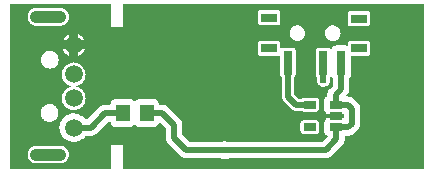
<source format=gbl>
G04 ---------------------------- Layer name :BOTTOM LAYER*
G04 EasyEDA v5.7.26, Mon, 24 Sep 2018 03:33:45 GMT*
G04 f2589365b48f4548adba9131c7c0e0b5*
G04 Gerber Generator version 0.2*
G04 Scale: 100 percent, Rotated: No, Reflected: No *
G04 Dimensions in millimeters *
G04 leading zeros omitted , absolute positions ,3 integer and 3 decimal *
%FSLAX33Y33*%
%MOMM*%
G90*
G71D02*

%ADD11C,0.499999*%
%ADD14C,0.619760*%
%ADD19C,1.499997*%
%ADD20C,0.999998*%
%ADD21R,1.059993X0.650011*%
%ADD22R,0.799998X1.999996*%
%ADD23R,1.399997X0.799998*%
%ADD24R,1.400048X0.799998*%
%ADD25R,1.160018X1.469898*%

%LPD*%
G36*
G01X8498Y0D02*
G01X0Y0D01*
G01X0Y14000D01*
G01X8498Y14000D01*
G01X8498Y12001D01*
G01X8499Y12001D01*
G01X8499Y12000D01*
G01X9499Y12000D01*
G01X9499Y14000D01*
G01X34996Y14000D01*
G01X34996Y2D01*
G01X14598Y0D01*
G01X9499Y0D01*
G01X9499Y2000D01*
G01X9499Y2000D01*
G01X9499Y2001D01*
G01X8498Y2001D01*
G01X8498Y0D01*
G37*

%LPC*%
G36*
G01X21195Y12143D02*
G01X21206Y12143D01*
G01X22606Y12143D01*
G01X22616Y12143D01*
G01X22626Y12144D01*
G01X22637Y12145D01*
G01X22647Y12147D01*
G01X22658Y12149D01*
G01X22668Y12151D01*
G01X22678Y12154D01*
G01X22688Y12157D01*
G01X22698Y12161D01*
G01X22708Y12165D01*
G01X22717Y12169D01*
G01X22726Y12174D01*
G01X22736Y12179D01*
G01X22744Y12185D01*
G01X22753Y12191D01*
G01X22762Y12197D01*
G01X22770Y12203D01*
G01X22778Y12210D01*
G01X22785Y12218D01*
G01X22792Y12225D01*
G01X22799Y12233D01*
G01X22806Y12241D01*
G01X22812Y12250D01*
G01X22818Y12258D01*
G01X22824Y12267D01*
G01X22829Y12276D01*
G01X22834Y12286D01*
G01X22838Y12295D01*
G01X22842Y12305D01*
G01X22846Y12315D01*
G01X22849Y12325D01*
G01X22852Y12335D01*
G01X22854Y12345D01*
G01X22856Y12355D01*
G01X22858Y12366D01*
G01X22859Y12376D01*
G01X22859Y12387D01*
G01X22860Y12397D01*
G01X22860Y13197D01*
G01X22859Y13208D01*
G01X22859Y13218D01*
G01X22858Y13229D01*
G01X22856Y13239D01*
G01X22854Y13249D01*
G01X22852Y13260D01*
G01X22849Y13270D01*
G01X22846Y13280D01*
G01X22842Y13290D01*
G01X22838Y13299D01*
G01X22834Y13309D01*
G01X22829Y13318D01*
G01X22824Y13327D01*
G01X22818Y13336D01*
G01X22812Y13345D01*
G01X22806Y13353D01*
G01X22799Y13362D01*
G01X22792Y13369D01*
G01X22785Y13377D01*
G01X22778Y13384D01*
G01X22770Y13391D01*
G01X22762Y13398D01*
G01X22753Y13404D01*
G01X22744Y13410D01*
G01X22736Y13416D01*
G01X22726Y13421D01*
G01X22717Y13426D01*
G01X22708Y13430D01*
G01X22698Y13434D01*
G01X22688Y13438D01*
G01X22678Y13441D01*
G01X22668Y13444D01*
G01X22658Y13446D01*
G01X22647Y13448D01*
G01X22637Y13449D01*
G01X22626Y13450D01*
G01X22616Y13451D01*
G01X22606Y13451D01*
G01X21206Y13451D01*
G01X21195Y13451D01*
G01X21185Y13450D01*
G01X21175Y13449D01*
G01X21164Y13448D01*
G01X21154Y13446D01*
G01X21144Y13444D01*
G01X21133Y13441D01*
G01X21123Y13438D01*
G01X21114Y13434D01*
G01X21104Y13430D01*
G01X21094Y13426D01*
G01X21085Y13421D01*
G01X21076Y13416D01*
G01X21067Y13410D01*
G01X21058Y13404D01*
G01X21050Y13398D01*
G01X21042Y13391D01*
G01X21034Y13384D01*
G01X21026Y13377D01*
G01X21019Y13369D01*
G01X21012Y13362D01*
G01X21006Y13353D01*
G01X20999Y13345D01*
G01X20993Y13336D01*
G01X20988Y13327D01*
G01X20983Y13318D01*
G01X20978Y13309D01*
G01X20973Y13299D01*
G01X20969Y13290D01*
G01X20966Y13280D01*
G01X20963Y13270D01*
G01X20960Y13260D01*
G01X20957Y13249D01*
G01X20955Y13239D01*
G01X20954Y13229D01*
G01X20953Y13218D01*
G01X20952Y13208D01*
G01X20952Y13197D01*
G01X20952Y12397D01*
G01X20952Y12387D01*
G01X20953Y12376D01*
G01X20954Y12366D01*
G01X20955Y12355D01*
G01X20957Y12345D01*
G01X20960Y12335D01*
G01X20963Y12325D01*
G01X20966Y12315D01*
G01X20969Y12305D01*
G01X20973Y12295D01*
G01X20978Y12286D01*
G01X20983Y12276D01*
G01X20988Y12267D01*
G01X20993Y12258D01*
G01X20999Y12250D01*
G01X21006Y12241D01*
G01X21012Y12233D01*
G01X21019Y12225D01*
G01X21026Y12218D01*
G01X21034Y12210D01*
G01X21042Y12203D01*
G01X21050Y12197D01*
G01X21058Y12191D01*
G01X21067Y12185D01*
G01X21076Y12179D01*
G01X21085Y12174D01*
G01X21094Y12169D01*
G01X21104Y12165D01*
G01X21114Y12161D01*
G01X21123Y12157D01*
G01X21133Y12154D01*
G01X21144Y12151D01*
G01X21154Y12149D01*
G01X21164Y12147D01*
G01X21175Y12145D01*
G01X21185Y12144D01*
G01X21195Y12143D01*
G37*
G36*
G01X2202Y455D02*
G01X2209Y455D01*
G01X4209Y455D01*
G01X4215Y455D01*
G01X4240Y455D01*
G01X4253Y456D01*
G01X4277Y458D01*
G01X4290Y459D01*
G01X4315Y462D01*
G01X4327Y464D01*
G01X4352Y469D01*
G01X4364Y471D01*
G01X4389Y477D01*
G01X4401Y480D01*
G01X4425Y487D01*
G01X4437Y490D01*
G01X4460Y498D01*
G01X4472Y503D01*
G01X4496Y512D01*
G01X4507Y516D01*
G01X4530Y527D01*
G01X4541Y532D01*
G01X4564Y544D01*
G01X4575Y550D01*
G01X4596Y562D01*
G01X4607Y569D01*
G01X4628Y582D01*
G01X4638Y589D01*
G01X4659Y604D01*
G01X4669Y612D01*
G01X4688Y627D01*
G01X4698Y635D01*
G01X4717Y652D01*
G01X4726Y660D01*
G01X4744Y678D01*
G01X4753Y687D01*
G01X4770Y705D01*
G01X4778Y715D01*
G01X4794Y734D01*
G01X4802Y744D01*
G01X4817Y763D01*
G01X4824Y774D01*
G01X4838Y794D01*
G01X4845Y805D01*
G01X4858Y826D01*
G01X4865Y837D01*
G01X4877Y859D01*
G01X4882Y871D01*
G01X4893Y893D01*
G01X4898Y905D01*
G01X4908Y927D01*
G01X4913Y939D01*
G01X4921Y963D01*
G01X4925Y975D01*
G01X4933Y999D01*
G01X4936Y1011D01*
G01X4942Y1035D01*
G01X4945Y1047D01*
G01X4950Y1072D01*
G01X4952Y1084D01*
G01X4956Y1109D01*
G01X4957Y1121D01*
G01X4960Y1146D01*
G01X4961Y1159D01*
G01X4962Y1184D01*
G01X4962Y1196D01*
G01X4962Y1221D01*
G01X4962Y1234D01*
G01X4961Y1259D01*
G01X4960Y1272D01*
G01X4957Y1296D01*
G01X4956Y1309D01*
G01X4952Y1333D01*
G01X4950Y1346D01*
G01X4945Y1371D01*
G01X4942Y1383D01*
G01X4936Y1407D01*
G01X4933Y1419D01*
G01X4925Y1443D01*
G01X4921Y1455D01*
G01X4913Y1478D01*
G01X4908Y1490D01*
G01X4898Y1513D01*
G01X4893Y1525D01*
G01X4882Y1547D01*
G01X4877Y1558D01*
G01X4865Y1580D01*
G01X4858Y1591D01*
G01X4845Y1613D01*
G01X4838Y1623D01*
G01X4824Y1644D01*
G01X4817Y1654D01*
G01X4802Y1674D01*
G01X4794Y1684D01*
G01X4778Y1703D01*
G01X4770Y1712D01*
G01X4753Y1731D01*
G01X4744Y1740D01*
G01X4726Y1757D01*
G01X4717Y1766D01*
G01X4698Y1782D01*
G01X4688Y1790D01*
G01X4669Y1806D01*
G01X4659Y1814D01*
G01X4638Y1828D01*
G01X4628Y1835D01*
G01X4607Y1849D01*
G01X4596Y1855D01*
G01X4575Y1868D01*
G01X4564Y1874D01*
G01X4541Y1885D01*
G01X4530Y1891D01*
G01X4507Y1901D01*
G01X4496Y1906D01*
G01X4472Y1915D01*
G01X4460Y1919D01*
G01X4437Y1927D01*
G01X4425Y1931D01*
G01X4401Y1938D01*
G01X4389Y1941D01*
G01X4364Y1946D01*
G01X4352Y1949D01*
G01X4327Y1953D01*
G01X4315Y1955D01*
G01X4290Y1958D01*
G01X4277Y1960D01*
G01X4253Y1961D01*
G01X4240Y1962D01*
G01X4215Y1963D01*
G01X4209Y1963D01*
G01X2209Y1963D01*
G01X2202Y1963D01*
G01X2177Y1962D01*
G01X2164Y1961D01*
G01X2140Y1960D01*
G01X2127Y1958D01*
G01X2102Y1955D01*
G01X2090Y1953D01*
G01X2065Y1949D01*
G01X2053Y1946D01*
G01X2028Y1941D01*
G01X2016Y1938D01*
G01X1992Y1931D01*
G01X1980Y1927D01*
G01X1957Y1919D01*
G01X1945Y1915D01*
G01X1921Y1906D01*
G01X1910Y1901D01*
G01X1887Y1891D01*
G01X1876Y1885D01*
G01X1853Y1874D01*
G01X1842Y1868D01*
G01X1821Y1855D01*
G01X1810Y1849D01*
G01X1789Y1835D01*
G01X1779Y1828D01*
G01X1758Y1814D01*
G01X1748Y1806D01*
G01X1729Y1790D01*
G01X1719Y1782D01*
G01X1700Y1766D01*
G01X1691Y1757D01*
G01X1673Y1740D01*
G01X1664Y1731D01*
G01X1647Y1712D01*
G01X1639Y1703D01*
G01X1623Y1684D01*
G01X1615Y1674D01*
G01X1600Y1654D01*
G01X1593Y1644D01*
G01X1579Y1623D01*
G01X1572Y1613D01*
G01X1559Y1591D01*
G01X1552Y1580D01*
G01X1540Y1558D01*
G01X1535Y1547D01*
G01X1524Y1525D01*
G01X1519Y1513D01*
G01X1509Y1490D01*
G01X1504Y1478D01*
G01X1496Y1455D01*
G01X1492Y1443D01*
G01X1484Y1419D01*
G01X1481Y1407D01*
G01X1475Y1383D01*
G01X1472Y1371D01*
G01X1467Y1346D01*
G01X1465Y1333D01*
G01X1461Y1309D01*
G01X1460Y1296D01*
G01X1457Y1272D01*
G01X1456Y1259D01*
G01X1455Y1234D01*
G01X1455Y1221D01*
G01X1455Y1196D01*
G01X1455Y1184D01*
G01X1456Y1159D01*
G01X1457Y1146D01*
G01X1460Y1121D01*
G01X1461Y1109D01*
G01X1465Y1084D01*
G01X1467Y1072D01*
G01X1472Y1047D01*
G01X1475Y1035D01*
G01X1481Y1011D01*
G01X1484Y999D01*
G01X1492Y975D01*
G01X1496Y963D01*
G01X1504Y939D01*
G01X1509Y927D01*
G01X1519Y905D01*
G01X1524Y893D01*
G01X1535Y871D01*
G01X1541Y859D01*
G01X1552Y837D01*
G01X1559Y826D01*
G01X1572Y805D01*
G01X1579Y794D01*
G01X1593Y774D01*
G01X1600Y763D01*
G01X1615Y744D01*
G01X1623Y734D01*
G01X1639Y715D01*
G01X1647Y705D01*
G01X1664Y687D01*
G01X1673Y678D01*
G01X1691Y660D01*
G01X1700Y652D01*
G01X1719Y635D01*
G01X1729Y627D01*
G01X1748Y612D01*
G01X1758Y604D01*
G01X1779Y589D01*
G01X1789Y582D01*
G01X1810Y569D01*
G01X1821Y562D01*
G01X1842Y550D01*
G01X1853Y544D01*
G01X1876Y532D01*
G01X1887Y527D01*
G01X1910Y516D01*
G01X1921Y512D01*
G01X1945Y503D01*
G01X1957Y498D01*
G01X1980Y490D01*
G01X1992Y487D01*
G01X2016Y480D01*
G01X2028Y477D01*
G01X2053Y471D01*
G01X2065Y469D01*
G01X2090Y464D01*
G01X2102Y462D01*
G01X2127Y459D01*
G01X2140Y458D01*
G01X2164Y456D01*
G01X2177Y455D01*
G01X2202Y455D01*
G37*
G36*
G01X18065Y823D02*
G01X18140Y818D01*
G01X18216Y820D01*
G01X18292Y829D01*
G01X18366Y846D01*
G01X18438Y870D01*
G01X18481Y890D01*
G01X26690Y890D01*
G01X26708Y890D01*
G01X26725Y890D01*
G01X26743Y892D01*
G01X26761Y893D01*
G01X26778Y895D01*
G01X26796Y898D01*
G01X26813Y900D01*
G01X26831Y904D01*
G01X26848Y908D01*
G01X26865Y912D01*
G01X26882Y917D01*
G01X26899Y922D01*
G01X26916Y927D01*
G01X26933Y933D01*
G01X26949Y939D01*
G01X26966Y946D01*
G01X26982Y953D01*
G01X26998Y961D01*
G01X27014Y969D01*
G01X27030Y977D01*
G01X27045Y986D01*
G01X27060Y995D01*
G01X27075Y1005D01*
G01X27090Y1015D01*
G01X27104Y1025D01*
G01X27118Y1036D01*
G01X27132Y1047D01*
G01X27146Y1058D01*
G01X27159Y1070D01*
G01X27172Y1082D01*
G01X27185Y1095D01*
G01X28104Y2014D01*
G01X28117Y2027D01*
G01X28129Y2040D01*
G01X28140Y2053D01*
G01X28152Y2067D01*
G01X28163Y2081D01*
G01X28174Y2095D01*
G01X28184Y2109D01*
G01X28194Y2124D01*
G01X28203Y2139D01*
G01X28213Y2154D01*
G01X28221Y2169D01*
G01X28230Y2185D01*
G01X28238Y2201D01*
G01X28245Y2217D01*
G01X28253Y2233D01*
G01X28259Y2249D01*
G01X28266Y2266D01*
G01X28272Y2283D01*
G01X28277Y2299D01*
G01X28282Y2316D01*
G01X28287Y2334D01*
G01X28291Y2351D01*
G01X28295Y2368D01*
G01X28298Y2386D01*
G01X28301Y2403D01*
G01X28304Y2421D01*
G01X28306Y2438D01*
G01X28307Y2456D01*
G01X28308Y2474D01*
G01X28309Y2491D01*
G01X28309Y2509D01*
G01X28309Y2810D01*
G01X28600Y2810D01*
G01X28618Y2810D01*
G01X28635Y2811D01*
G01X28653Y2812D01*
G01X28671Y2813D01*
G01X28688Y2815D01*
G01X28706Y2818D01*
G01X28723Y2821D01*
G01X28741Y2824D01*
G01X28758Y2828D01*
G01X28775Y2832D01*
G01X28792Y2837D01*
G01X28809Y2842D01*
G01X28826Y2847D01*
G01X28843Y2853D01*
G01X28860Y2860D01*
G01X28876Y2866D01*
G01X28892Y2874D01*
G01X28908Y2881D01*
G01X28924Y2889D01*
G01X28940Y2898D01*
G01X28955Y2907D01*
G01X28970Y2916D01*
G01X28985Y2925D01*
G01X29000Y2935D01*
G01X29014Y2946D01*
G01X29028Y2956D01*
G01X29042Y2967D01*
G01X29056Y2979D01*
G01X29069Y2990D01*
G01X29082Y3002D01*
G01X29095Y3015D01*
G01X29415Y3335D01*
G01X29427Y3348D01*
G01X29439Y3361D01*
G01X29451Y3374D01*
G01X29462Y3387D01*
G01X29474Y3401D01*
G01X29484Y3415D01*
G01X29494Y3430D01*
G01X29504Y3445D01*
G01X29514Y3460D01*
G01X29523Y3475D01*
G01X29532Y3490D01*
G01X29540Y3506D01*
G01X29548Y3522D01*
G01X29556Y3538D01*
G01X29563Y3554D01*
G01X29570Y3570D01*
G01X29576Y3587D01*
G01X29582Y3603D01*
G01X29588Y3620D01*
G01X29593Y3637D01*
G01X29598Y3654D01*
G01X29602Y3672D01*
G01X29606Y3689D01*
G01X29609Y3706D01*
G01X29612Y3724D01*
G01X29614Y3741D01*
G01X29616Y3759D01*
G01X29618Y3777D01*
G01X29619Y3794D01*
G01X29620Y3812D01*
G01X29620Y3830D01*
G01X29620Y5090D01*
G01X29620Y5107D01*
G01X29619Y5125D01*
G01X29618Y5143D01*
G01X29616Y5160D01*
G01X29614Y5178D01*
G01X29612Y5196D01*
G01X29609Y5213D01*
G01X29606Y5231D01*
G01X29602Y5248D01*
G01X29598Y5265D01*
G01X29593Y5282D01*
G01X29588Y5299D01*
G01X29582Y5316D01*
G01X29576Y5333D01*
G01X29570Y5349D01*
G01X29563Y5366D01*
G01X29556Y5382D01*
G01X29548Y5398D01*
G01X29540Y5414D01*
G01X29532Y5429D01*
G01X29523Y5445D01*
G01X29514Y5460D01*
G01X29504Y5475D01*
G01X29494Y5490D01*
G01X29484Y5504D01*
G01X29474Y5518D01*
G01X29462Y5532D01*
G01X29451Y5546D01*
G01X29439Y5559D01*
G01X29427Y5572D01*
G01X29415Y5585D01*
G01X29077Y5922D01*
G01X29064Y5935D01*
G01X29051Y5947D01*
G01X29038Y5959D01*
G01X29024Y5970D01*
G01X29011Y5981D01*
G01X28996Y5992D01*
G01X28982Y6002D01*
G01X28967Y6012D01*
G01X28952Y6022D01*
G01X28937Y6031D01*
G01X28922Y6040D01*
G01X28906Y6048D01*
G01X28890Y6056D01*
G01X28874Y6064D01*
G01X28858Y6071D01*
G01X28842Y6078D01*
G01X28825Y6084D01*
G01X28809Y6090D01*
G01X28792Y6095D01*
G01X28775Y6101D01*
G01X28758Y6105D01*
G01X28740Y6109D01*
G01X28723Y6113D01*
G01X28706Y6117D01*
G01X28688Y6119D01*
G01X28671Y6122D01*
G01X28653Y6124D01*
G01X28635Y6125D01*
G01X28618Y6127D01*
G01X28600Y6127D01*
G01X28582Y6128D01*
G01X28357Y6128D01*
G01X28495Y6266D01*
G01X28508Y6279D01*
G01X28520Y6292D01*
G01X28532Y6305D01*
G01X28543Y6319D01*
G01X28554Y6332D01*
G01X28565Y6347D01*
G01X28575Y6361D01*
G01X28585Y6376D01*
G01X28595Y6391D01*
G01X28604Y6406D01*
G01X28613Y6421D01*
G01X28621Y6437D01*
G01X28629Y6453D01*
G01X28637Y6469D01*
G01X28644Y6485D01*
G01X28651Y6501D01*
G01X28657Y6518D01*
G01X28663Y6535D01*
G01X28668Y6551D01*
G01X28673Y6568D01*
G01X28678Y6586D01*
G01X28682Y6603D01*
G01X28686Y6620D01*
G01X28690Y6637D01*
G01X28692Y6655D01*
G01X28695Y6673D01*
G01X28697Y6690D01*
G01X28698Y6708D01*
G01X28700Y6726D01*
G01X28700Y6743D01*
G01X28700Y6761D01*
G01X28700Y7666D01*
G01X28702Y7668D01*
G01X28712Y7677D01*
G01X28722Y7687D01*
G01X28732Y7697D01*
G01X28741Y7708D01*
G01X28750Y7718D01*
G01X28758Y7729D01*
G01X28767Y7741D01*
G01X28774Y7752D01*
G01X28782Y7764D01*
G01X28789Y7775D01*
G01X28796Y7788D01*
G01X28802Y7800D01*
G01X28808Y7812D01*
G01X28814Y7825D01*
G01X28819Y7838D01*
G01X28824Y7851D01*
G01X28828Y7864D01*
G01X28832Y7877D01*
G01X28836Y7891D01*
G01X28839Y7904D01*
G01X28842Y7918D01*
G01X28844Y7931D01*
G01X28846Y7945D01*
G01X28847Y7959D01*
G01X28848Y7973D01*
G01X28849Y7987D01*
G01X28849Y8001D01*
G01X28849Y9547D01*
G01X30210Y9547D01*
G01X30221Y9548D01*
G01X30231Y9548D01*
G01X30242Y9549D01*
G01X30252Y9551D01*
G01X30262Y9553D01*
G01X30273Y9555D01*
G01X30283Y9558D01*
G01X30293Y9561D01*
G01X30303Y9565D01*
G01X30312Y9569D01*
G01X30322Y9573D01*
G01X30331Y9578D01*
G01X30340Y9583D01*
G01X30349Y9589D01*
G01X30358Y9595D01*
G01X30366Y9601D01*
G01X30374Y9608D01*
G01X30382Y9614D01*
G01X30390Y9622D01*
G01X30397Y9629D01*
G01X30404Y9637D01*
G01X30411Y9645D01*
G01X30417Y9654D01*
G01X30423Y9662D01*
G01X30428Y9671D01*
G01X30434Y9680D01*
G01X30438Y9690D01*
G01X30443Y9699D01*
G01X30447Y9709D01*
G01X30450Y9719D01*
G01X30454Y9729D01*
G01X30456Y9739D01*
G01X30459Y9749D01*
G01X30461Y9760D01*
G01X30462Y9770D01*
G01X30463Y9780D01*
G01X30464Y9791D01*
G01X30464Y9801D01*
G01X30464Y10601D01*
G01X30464Y10612D01*
G01X30463Y10622D01*
G01X30462Y10633D01*
G01X30461Y10643D01*
G01X30459Y10654D01*
G01X30456Y10664D01*
G01X30454Y10674D01*
G01X30450Y10684D01*
G01X30447Y10694D01*
G01X30443Y10703D01*
G01X30438Y10713D01*
G01X30434Y10722D01*
G01X30428Y10731D01*
G01X30423Y10740D01*
G01X30417Y10749D01*
G01X30411Y10757D01*
G01X30404Y10766D01*
G01X30397Y10773D01*
G01X30390Y10781D01*
G01X30382Y10788D01*
G01X30374Y10795D01*
G01X30366Y10802D01*
G01X30358Y10808D01*
G01X30349Y10814D01*
G01X30340Y10820D01*
G01X30331Y10825D01*
G01X30322Y10830D01*
G01X30312Y10834D01*
G01X30303Y10838D01*
G01X30293Y10842D01*
G01X30283Y10845D01*
G01X30273Y10848D01*
G01X30262Y10850D01*
G01X30252Y10852D01*
G01X30242Y10854D01*
G01X30231Y10855D01*
G01X30221Y10855D01*
G01X30210Y10855D01*
G01X28811Y10855D01*
G01X28800Y10855D01*
G01X28790Y10855D01*
G01X28779Y10854D01*
G01X28769Y10852D01*
G01X28759Y10850D01*
G01X28748Y10848D01*
G01X28738Y10845D01*
G01X28728Y10842D01*
G01X28718Y10838D01*
G01X28709Y10834D01*
G01X28699Y10830D01*
G01X28690Y10825D01*
G01X28681Y10820D01*
G01X28672Y10814D01*
G01X28663Y10808D01*
G01X28655Y10802D01*
G01X28647Y10795D01*
G01X28639Y10788D01*
G01X28631Y10781D01*
G01X28624Y10773D01*
G01X28617Y10766D01*
G01X28610Y10757D01*
G01X28604Y10749D01*
G01X28598Y10740D01*
G01X28593Y10731D01*
G01X28587Y10722D01*
G01X28583Y10713D01*
G01X28578Y10703D01*
G01X28574Y10694D01*
G01X28570Y10684D01*
G01X28567Y10674D01*
G01X28564Y10664D01*
G01X28562Y10654D01*
G01X28560Y10643D01*
G01X28559Y10633D01*
G01X28558Y10622D01*
G01X28557Y10612D01*
G01X28557Y10601D01*
G01X28557Y10421D01*
G01X28549Y10424D01*
G01X28536Y10428D01*
G01X28522Y10432D01*
G01X28509Y10436D01*
G01X28496Y10439D01*
G01X28482Y10442D01*
G01X28468Y10444D01*
G01X28455Y10446D01*
G01X28441Y10448D01*
G01X28427Y10449D01*
G01X28413Y10449D01*
G01X28399Y10449D01*
G01X27599Y10449D01*
G01X27585Y10449D01*
G01X27571Y10449D01*
G01X27558Y10448D01*
G01X27544Y10446D01*
G01X27530Y10444D01*
G01X27516Y10442D01*
G01X27503Y10439D01*
G01X27489Y10436D01*
G01X27476Y10432D01*
G01X27463Y10428D01*
G01X27450Y10424D01*
G01X27437Y10419D01*
G01X27424Y10414D01*
G01X27411Y10408D01*
G01X27399Y10402D01*
G01X27386Y10396D01*
G01X27374Y10389D01*
G01X27362Y10382D01*
G01X27351Y10375D01*
G01X27339Y10367D01*
G01X27328Y10359D01*
G01X27317Y10350D01*
G01X27306Y10341D01*
G01X27296Y10332D01*
G01X27286Y10323D01*
G01X27276Y10313D01*
G01X27267Y10303D01*
G01X27257Y10292D01*
G01X27249Y10282D01*
G01X27240Y10271D01*
G01X27232Y10259D01*
G01X27224Y10248D01*
G01X27217Y10236D01*
G01X27209Y10224D01*
G01X27203Y10212D01*
G01X27196Y10200D01*
G01X27190Y10188D01*
G01X27185Y10175D01*
G01X27180Y10162D01*
G01X27175Y10149D01*
G01X27170Y10136D01*
G01X27166Y10123D01*
G01X27163Y10109D01*
G01X27160Y10096D01*
G01X27157Y10082D01*
G01X27154Y10069D01*
G01X27153Y10055D01*
G01X27151Y10041D01*
G01X27150Y10030D01*
G01X27150Y10031D01*
G01X27149Y10041D01*
G01X27147Y10052D01*
G01X27144Y10062D01*
G01X27142Y10072D01*
G01X27138Y10082D01*
G01X27135Y10092D01*
G01X27131Y10102D01*
G01X27126Y10111D01*
G01X27121Y10120D01*
G01X27116Y10130D01*
G01X27111Y10138D01*
G01X27105Y10147D01*
G01X27099Y10155D01*
G01X27092Y10164D01*
G01X27085Y10172D01*
G01X27078Y10179D01*
G01X27070Y10186D01*
G01X27062Y10193D01*
G01X27054Y10200D01*
G01X27046Y10206D01*
G01X27037Y10212D01*
G01X27028Y10218D01*
G01X27019Y10223D01*
G01X27010Y10228D01*
G01X27000Y10232D01*
G01X26990Y10236D01*
G01X26981Y10240D01*
G01X26971Y10243D01*
G01X26960Y10246D01*
G01X26950Y10248D01*
G01X26940Y10250D01*
G01X26930Y10252D01*
G01X26919Y10253D01*
G01X26909Y10253D01*
G01X26898Y10253D01*
G01X26098Y10253D01*
G01X26088Y10253D01*
G01X26077Y10253D01*
G01X26067Y10252D01*
G01X26056Y10250D01*
G01X26046Y10248D01*
G01X26036Y10246D01*
G01X26026Y10243D01*
G01X26016Y10240D01*
G01X26006Y10236D01*
G01X25996Y10232D01*
G01X25986Y10228D01*
G01X25977Y10223D01*
G01X25968Y10218D01*
G01X25959Y10212D01*
G01X25950Y10206D01*
G01X25942Y10200D01*
G01X25934Y10193D01*
G01X25926Y10186D01*
G01X25918Y10179D01*
G01X25911Y10172D01*
G01X25904Y10164D01*
G01X25898Y10155D01*
G01X25891Y10147D01*
G01X25885Y10138D01*
G01X25880Y10130D01*
G01X25875Y10120D01*
G01X25870Y10111D01*
G01X25865Y10102D01*
G01X25861Y10092D01*
G01X25858Y10082D01*
G01X25855Y10072D01*
G01X25852Y10062D01*
G01X25849Y10052D01*
G01X25847Y10041D01*
G01X25846Y10031D01*
G01X25845Y10020D01*
G01X25844Y10010D01*
G01X25844Y9999D01*
G01X25844Y8001D01*
G01X25844Y7990D01*
G01X25845Y7980D01*
G01X25846Y7969D01*
G01X25847Y7959D01*
G01X25849Y7948D01*
G01X25852Y7938D01*
G01X25855Y7928D01*
G01X25858Y7918D01*
G01X25861Y7908D01*
G01X25865Y7898D01*
G01X25870Y7889D01*
G01X25875Y7880D01*
G01X25880Y7870D01*
G01X25885Y7862D01*
G01X25891Y7853D01*
G01X25898Y7844D01*
G01X25904Y7836D01*
G01X25911Y7828D01*
G01X25918Y7821D01*
G01X25926Y7814D01*
G01X25934Y7807D01*
G01X25942Y7800D01*
G01X25950Y7794D01*
G01X25959Y7788D01*
G01X25968Y7782D01*
G01X25977Y7777D01*
G01X25986Y7772D01*
G01X25996Y7768D01*
G01X26001Y7766D01*
G01X25980Y7717D01*
G01X25964Y7663D01*
G01X25952Y7607D01*
G01X25947Y7551D01*
G01X25947Y7495D01*
G01X25952Y7439D01*
G01X25964Y7383D01*
G01X25980Y7329D01*
G01X26002Y7277D01*
G01X26029Y7228D01*
G01X26061Y7181D01*
G01X26097Y7138D01*
G01X26138Y7098D01*
G01X26182Y7063D01*
G01X26229Y7032D01*
G01X26280Y7007D01*
G01X26332Y6986D01*
G01X26386Y6971D01*
G01X26442Y6961D01*
G01X26498Y6957D01*
G01X26555Y6958D01*
G01X26611Y6965D01*
G01X26666Y6978D01*
G01X26719Y6996D01*
G01X26771Y7019D01*
G01X26820Y7047D01*
G01X26866Y7080D01*
G01X26908Y7117D01*
G01X26946Y7159D01*
G01X26981Y7204D01*
G01X27010Y7252D01*
G01X27034Y7303D01*
G01X27054Y7356D01*
G01X27068Y7411D01*
G01X27076Y7467D01*
G01X27079Y7523D01*
G01X27076Y7579D01*
G01X27068Y7635D01*
G01X27054Y7690D01*
G01X27034Y7743D01*
G01X27018Y7777D01*
G01X27019Y7777D01*
G01X27028Y7782D01*
G01X27037Y7788D01*
G01X27046Y7794D01*
G01X27054Y7800D01*
G01X27062Y7807D01*
G01X27070Y7814D01*
G01X27078Y7821D01*
G01X27085Y7828D01*
G01X27092Y7836D01*
G01X27099Y7844D01*
G01X27105Y7853D01*
G01X27111Y7862D01*
G01X27116Y7870D01*
G01X27121Y7880D01*
G01X27126Y7889D01*
G01X27131Y7898D01*
G01X27135Y7908D01*
G01X27138Y7918D01*
G01X27142Y7928D01*
G01X27144Y7938D01*
G01X27147Y7948D01*
G01X27149Y7959D01*
G01X27150Y7969D01*
G01X27150Y7970D01*
G01X27151Y7959D01*
G01X27153Y7945D01*
G01X27154Y7931D01*
G01X27157Y7918D01*
G01X27160Y7904D01*
G01X27163Y7891D01*
G01X27166Y7877D01*
G01X27170Y7864D01*
G01X27175Y7851D01*
G01X27180Y7838D01*
G01X27185Y7825D01*
G01X27190Y7812D01*
G01X27196Y7800D01*
G01X27203Y7788D01*
G01X27209Y7775D01*
G01X27217Y7764D01*
G01X27224Y7752D01*
G01X27232Y7741D01*
G01X27240Y7729D01*
G01X27249Y7718D01*
G01X27257Y7708D01*
G01X27267Y7697D01*
G01X27276Y7687D01*
G01X27286Y7677D01*
G01X27296Y7668D01*
G01X27300Y7664D01*
G01X27300Y7051D01*
G01X27036Y6786D01*
G01X27023Y6773D01*
G01X27011Y6760D01*
G01X26999Y6747D01*
G01X26988Y6733D01*
G01X26977Y6720D01*
G01X26966Y6705D01*
G01X26956Y6691D01*
G01X26946Y6676D01*
G01X26936Y6661D01*
G01X26927Y6646D01*
G01X26918Y6631D01*
G01X26910Y6615D01*
G01X26902Y6599D01*
G01X26894Y6583D01*
G01X26887Y6567D01*
G01X26880Y6551D01*
G01X26874Y6534D01*
G01X26868Y6517D01*
G01X26863Y6501D01*
G01X26858Y6484D01*
G01X26853Y6467D01*
G01X26849Y6449D01*
G01X26845Y6432D01*
G01X26842Y6415D01*
G01X26839Y6397D01*
G01X26836Y6380D01*
G01X26834Y6362D01*
G01X26833Y6344D01*
G01X26831Y6327D01*
G01X26831Y6309D01*
G01X26831Y6291D01*
G01X26831Y6161D01*
G01X26819Y6155D01*
G01X26807Y6149D01*
G01X26795Y6142D01*
G01X26783Y6135D01*
G01X26771Y6128D01*
G01X26760Y6120D01*
G01X26749Y6112D01*
G01X26738Y6103D01*
G01X26727Y6094D01*
G01X26717Y6085D01*
G01X26707Y6076D01*
G01X26697Y6066D01*
G01X26687Y6056D01*
G01X26678Y6045D01*
G01X26669Y6035D01*
G01X26661Y6024D01*
G01X26653Y6013D01*
G01X26645Y6001D01*
G01X26637Y5990D01*
G01X26630Y5978D01*
G01X26624Y5966D01*
G01X26617Y5953D01*
G01X26611Y5941D01*
G01X26606Y5928D01*
G01X26600Y5915D01*
G01X26596Y5902D01*
G01X26591Y5889D01*
G01X26587Y5876D01*
G01X26584Y5862D01*
G01X26580Y5849D01*
G01X26578Y5835D01*
G01X26575Y5822D01*
G01X26573Y5808D01*
G01X26572Y5794D01*
G01X26571Y5780D01*
G01X26570Y5766D01*
G01X26570Y5753D01*
G01X26570Y5102D01*
G01X26570Y5088D01*
G01X26571Y5075D01*
G01X26572Y5061D01*
G01X26573Y5047D01*
G01X26575Y5033D01*
G01X26578Y5020D01*
G01X26580Y5006D01*
G01X26584Y4993D01*
G01X26587Y4979D01*
G01X26591Y4966D01*
G01X26596Y4953D01*
G01X26600Y4940D01*
G01X26606Y4927D01*
G01X26611Y4914D01*
G01X26617Y4902D01*
G01X26624Y4889D01*
G01X26630Y4877D01*
G01X26637Y4865D01*
G01X26645Y4854D01*
G01X26653Y4842D01*
G01X26661Y4831D01*
G01X26669Y4820D01*
G01X26678Y4810D01*
G01X26687Y4799D01*
G01X26697Y4789D01*
G01X26707Y4779D01*
G01X26717Y4770D01*
G01X26727Y4761D01*
G01X26738Y4752D01*
G01X26749Y4743D01*
G01X26760Y4735D01*
G01X26766Y4731D01*
G01X26766Y4640D01*
G01X26767Y4640D01*
G01X27286Y4640D01*
G01X27286Y4652D01*
G01X27816Y4652D01*
G01X27816Y4640D01*
G01X28220Y4640D01*
G01X28220Y4315D01*
G01X27816Y4315D01*
G01X27816Y4303D01*
G01X27286Y4303D01*
G01X27286Y4315D01*
G01X26767Y4315D01*
G01X26766Y4315D01*
G01X26766Y4224D01*
G01X26760Y4220D01*
G01X26749Y4212D01*
G01X26738Y4203D01*
G01X26727Y4194D01*
G01X26717Y4185D01*
G01X26707Y4176D01*
G01X26697Y4166D01*
G01X26687Y4156D01*
G01X26678Y4145D01*
G01X26669Y4135D01*
G01X26661Y4124D01*
G01X26653Y4113D01*
G01X26645Y4101D01*
G01X26637Y4090D01*
G01X26630Y4078D01*
G01X26624Y4066D01*
G01X26617Y4053D01*
G01X26611Y4041D01*
G01X26606Y4028D01*
G01X26600Y4015D01*
G01X26596Y4002D01*
G01X26591Y3989D01*
G01X26587Y3976D01*
G01X26584Y3962D01*
G01X26580Y3949D01*
G01X26578Y3935D01*
G01X26575Y3922D01*
G01X26573Y3908D01*
G01X26572Y3894D01*
G01X26571Y3880D01*
G01X26570Y3867D01*
G01X26570Y3853D01*
G01X26570Y3202D01*
G01X26570Y3189D01*
G01X26571Y3175D01*
G01X26572Y3161D01*
G01X26573Y3147D01*
G01X26575Y3133D01*
G01X26578Y3120D01*
G01X26580Y3106D01*
G01X26584Y3093D01*
G01X26587Y3079D01*
G01X26591Y3066D01*
G01X26596Y3053D01*
G01X26600Y3040D01*
G01X26606Y3027D01*
G01X26611Y3014D01*
G01X26617Y3002D01*
G01X26624Y2990D01*
G01X26630Y2977D01*
G01X26637Y2966D01*
G01X26645Y2954D01*
G01X26653Y2942D01*
G01X26661Y2931D01*
G01X26669Y2920D01*
G01X26678Y2910D01*
G01X26687Y2899D01*
G01X26697Y2889D01*
G01X26707Y2879D01*
G01X26717Y2870D01*
G01X26727Y2861D01*
G01X26738Y2852D01*
G01X26749Y2843D01*
G01X26760Y2835D01*
G01X26771Y2827D01*
G01X26783Y2820D01*
G01X26795Y2813D01*
G01X26807Y2806D01*
G01X26819Y2800D01*
G01X26832Y2794D01*
G01X26845Y2788D01*
G01X26857Y2783D01*
G01X26870Y2778D01*
G01X26884Y2774D01*
G01X26884Y2774D01*
G01X26400Y2290D01*
G01X18438Y2290D01*
G01X18438Y2290D01*
G01X18366Y2314D01*
G01X18292Y2331D01*
G01X18216Y2340D01*
G01X18140Y2342D01*
G01X18065Y2336D01*
G01X17990Y2323D01*
G01X17917Y2303D01*
G01X17883Y2290D01*
G01X15200Y2290D01*
G01X14560Y2931D01*
G01X14560Y3721D01*
G01X14560Y3738D01*
G01X14559Y3756D01*
G01X14558Y3774D01*
G01X14557Y3792D01*
G01X14555Y3809D01*
G01X14552Y3827D01*
G01X14549Y3844D01*
G01X14546Y3862D01*
G01X14542Y3879D01*
G01X14538Y3896D01*
G01X14533Y3913D01*
G01X14528Y3930D01*
G01X14523Y3947D01*
G01X14517Y3964D01*
G01X14510Y3981D01*
G01X14503Y3997D01*
G01X14496Y4013D01*
G01X14489Y4029D01*
G01X14480Y4045D01*
G01X14472Y4061D01*
G01X14463Y4076D01*
G01X14454Y4091D01*
G01X14444Y4106D01*
G01X14434Y4121D01*
G01X14424Y4136D01*
G01X14413Y4150D01*
G01X14402Y4164D01*
G01X14391Y4177D01*
G01X14379Y4191D01*
G01X14367Y4204D01*
G01X14355Y4216D01*
G01X13344Y5225D01*
G01X13331Y5237D01*
G01X13318Y5249D01*
G01X13305Y5261D01*
G01X13291Y5272D01*
G01X13277Y5283D01*
G01X13263Y5294D01*
G01X13249Y5304D01*
G01X13234Y5314D01*
G01X13219Y5323D01*
G01X13204Y5333D01*
G01X13189Y5341D01*
G01X13173Y5350D01*
G01X13157Y5358D01*
G01X13141Y5365D01*
G01X13125Y5372D01*
G01X13109Y5379D01*
G01X13092Y5386D01*
G01X13075Y5391D01*
G01X13059Y5397D01*
G01X13042Y5402D01*
G01X13025Y5407D01*
G01X13007Y5411D01*
G01X12990Y5415D01*
G01X12973Y5418D01*
G01X12955Y5421D01*
G01X12938Y5423D01*
G01X12920Y5425D01*
G01X12902Y5427D01*
G01X12885Y5428D01*
G01X12867Y5429D01*
G01X12849Y5429D01*
G01X12570Y5429D01*
G01X12570Y5466D01*
G01X12570Y5479D01*
G01X12570Y5493D01*
G01X12568Y5507D01*
G01X12567Y5521D01*
G01X12565Y5535D01*
G01X12563Y5548D01*
G01X12560Y5562D01*
G01X12557Y5575D01*
G01X12553Y5589D01*
G01X12549Y5602D01*
G01X12545Y5615D01*
G01X12540Y5628D01*
G01X12535Y5641D01*
G01X12529Y5654D01*
G01X12523Y5666D01*
G01X12517Y5678D01*
G01X12510Y5691D01*
G01X12503Y5702D01*
G01X12496Y5714D01*
G01X12488Y5726D01*
G01X12479Y5737D01*
G01X12471Y5748D01*
G01X12462Y5758D01*
G01X12453Y5769D01*
G01X12443Y5779D01*
G01X12434Y5789D01*
G01X12424Y5798D01*
G01X12413Y5807D01*
G01X12402Y5816D01*
G01X12392Y5825D01*
G01X12380Y5833D01*
G01X12369Y5841D01*
G01X12357Y5848D01*
G01X12345Y5855D01*
G01X12333Y5862D01*
G01X12321Y5868D01*
G01X12308Y5874D01*
G01X12296Y5880D01*
G01X12283Y5885D01*
G01X12270Y5890D01*
G01X12257Y5894D01*
G01X12244Y5898D01*
G01X12230Y5902D01*
G01X12217Y5905D01*
G01X12203Y5908D01*
G01X12189Y5910D01*
G01X12176Y5912D01*
G01X12162Y5914D01*
G01X12148Y5915D01*
G01X12134Y5915D01*
G01X12120Y5916D01*
G01X10962Y5916D01*
G01X10948Y5915D01*
G01X10934Y5915D01*
G01X10921Y5914D01*
G01X10907Y5912D01*
G01X10893Y5910D01*
G01X10879Y5908D01*
G01X10866Y5905D01*
G01X10852Y5902D01*
G01X10839Y5898D01*
G01X10826Y5894D01*
G01X10813Y5890D01*
G01X10800Y5885D01*
G01X10787Y5880D01*
G01X10774Y5874D01*
G01X10762Y5868D01*
G01X10749Y5862D01*
G01X10737Y5855D01*
G01X10725Y5848D01*
G01X10714Y5841D01*
G01X10702Y5833D01*
G01X10691Y5825D01*
G01X10680Y5816D01*
G01X10669Y5807D01*
G01X10659Y5798D01*
G01X10649Y5789D01*
G01X10639Y5779D01*
G01X10630Y5769D01*
G01X10620Y5758D01*
G01X10612Y5748D01*
G01X10603Y5737D01*
G01X10595Y5726D01*
G01X10587Y5714D01*
G01X10580Y5702D01*
G01X10572Y5691D01*
G01X10566Y5678D01*
G01X10559Y5666D01*
G01X10553Y5654D01*
G01X10548Y5641D01*
G01X10543Y5628D01*
G01X10538Y5615D01*
G01X10533Y5602D01*
G01X10529Y5589D01*
G01X10526Y5575D01*
G01X10525Y5573D01*
G01X10525Y5575D01*
G01X10521Y5589D01*
G01X10517Y5602D01*
G01X10513Y5615D01*
G01X10508Y5628D01*
G01X10503Y5641D01*
G01X10497Y5654D01*
G01X10491Y5666D01*
G01X10485Y5678D01*
G01X10478Y5691D01*
G01X10471Y5702D01*
G01X10464Y5714D01*
G01X10456Y5726D01*
G01X10447Y5737D01*
G01X10439Y5748D01*
G01X10430Y5758D01*
G01X10421Y5769D01*
G01X10411Y5779D01*
G01X10402Y5789D01*
G01X10392Y5798D01*
G01X10381Y5807D01*
G01X10370Y5816D01*
G01X10360Y5825D01*
G01X10348Y5833D01*
G01X10337Y5841D01*
G01X10325Y5848D01*
G01X10313Y5855D01*
G01X10301Y5862D01*
G01X10289Y5868D01*
G01X10276Y5874D01*
G01X10264Y5880D01*
G01X10251Y5885D01*
G01X10238Y5890D01*
G01X10225Y5894D01*
G01X10212Y5898D01*
G01X10198Y5902D01*
G01X10185Y5905D01*
G01X10171Y5908D01*
G01X10157Y5910D01*
G01X10144Y5912D01*
G01X10130Y5914D01*
G01X10116Y5915D01*
G01X10102Y5915D01*
G01X10088Y5916D01*
G01X8930Y5916D01*
G01X8916Y5915D01*
G01X8902Y5915D01*
G01X8889Y5914D01*
G01X8875Y5912D01*
G01X8861Y5910D01*
G01X8847Y5908D01*
G01X8834Y5905D01*
G01X8820Y5902D01*
G01X8807Y5898D01*
G01X8794Y5894D01*
G01X8781Y5890D01*
G01X8768Y5885D01*
G01X8755Y5880D01*
G01X8742Y5874D01*
G01X8730Y5868D01*
G01X8717Y5862D01*
G01X8705Y5855D01*
G01X8693Y5848D01*
G01X8682Y5841D01*
G01X8670Y5833D01*
G01X8659Y5825D01*
G01X8648Y5816D01*
G01X8637Y5807D01*
G01X8627Y5798D01*
G01X8617Y5789D01*
G01X8607Y5779D01*
G01X8598Y5769D01*
G01X8588Y5758D01*
G01X8580Y5748D01*
G01X8571Y5737D01*
G01X8563Y5726D01*
G01X8555Y5714D01*
G01X8548Y5702D01*
G01X8540Y5691D01*
G01X8534Y5678D01*
G01X8527Y5666D01*
G01X8521Y5654D01*
G01X8516Y5641D01*
G01X8511Y5628D01*
G01X8506Y5615D01*
G01X8501Y5602D01*
G01X8497Y5589D01*
G01X8494Y5575D01*
G01X8491Y5562D01*
G01X8488Y5548D01*
G01X8485Y5535D01*
G01X8484Y5521D01*
G01X8482Y5507D01*
G01X8481Y5493D01*
G01X8480Y5479D01*
G01X8480Y5466D01*
G01X8480Y5429D01*
G01X8049Y5429D01*
G01X8031Y5429D01*
G01X8013Y5428D01*
G01X7996Y5427D01*
G01X7978Y5425D01*
G01X7960Y5423D01*
G01X7943Y5421D01*
G01X7925Y5418D01*
G01X7908Y5415D01*
G01X7891Y5411D01*
G01X7873Y5407D01*
G01X7856Y5402D01*
G01X7839Y5397D01*
G01X7822Y5391D01*
G01X7806Y5385D01*
G01X7789Y5379D01*
G01X7773Y5372D01*
G01X7756Y5365D01*
G01X7740Y5357D01*
G01X7725Y5349D01*
G01X7709Y5341D01*
G01X7694Y5332D01*
G01X7678Y5323D01*
G01X7664Y5313D01*
G01X7649Y5304D01*
G01X7634Y5293D01*
G01X7620Y5283D01*
G01X7606Y5271D01*
G01X7593Y5260D01*
G01X7579Y5248D01*
G01X7566Y5236D01*
G01X7554Y5224D01*
G01X6529Y4200D01*
G01X6336Y4200D01*
G01X6281Y4273D01*
G01X6200Y4361D01*
G01X6110Y4440D01*
G01X6012Y4510D01*
G01X5909Y4570D01*
G01X5799Y4619D01*
G01X5686Y4657D01*
G01X5569Y4684D01*
G01X5450Y4699D01*
G01X5330Y4702D01*
G01X5210Y4693D01*
G01X5092Y4672D01*
G01X4977Y4640D01*
G01X4865Y4596D01*
G01X4759Y4541D01*
G01X4658Y4476D01*
G01X4564Y4402D01*
G01X4478Y4318D01*
G01X4401Y4226D01*
G01X4334Y4127D01*
G01X4276Y4022D01*
G01X4230Y3911D01*
G01X4195Y3797D01*
G01X4171Y3679D01*
G01X4159Y3560D01*
G01X4159Y3440D01*
G01X4171Y3321D01*
G01X4195Y3203D01*
G01X4230Y3089D01*
G01X4276Y2978D01*
G01X4334Y2873D01*
G01X4401Y2774D01*
G01X4478Y2682D01*
G01X4564Y2598D01*
G01X4658Y2523D01*
G01X4759Y2458D01*
G01X4865Y2404D01*
G01X4977Y2360D01*
G01X5092Y2327D01*
G01X5210Y2307D01*
G01X5330Y2298D01*
G01X5450Y2301D01*
G01X5569Y2316D01*
G01X5686Y2342D01*
G01X5799Y2380D01*
G01X5909Y2430D01*
G01X6012Y2490D01*
G01X6110Y2560D01*
G01X6200Y2639D01*
G01X6281Y2727D01*
G01X6336Y2800D01*
G01X6819Y2800D01*
G01X6837Y2800D01*
G01X6855Y2800D01*
G01X6872Y2802D01*
G01X6890Y2803D01*
G01X6908Y2805D01*
G01X6925Y2808D01*
G01X6943Y2811D01*
G01X6960Y2814D01*
G01X6978Y2818D01*
G01X6995Y2822D01*
G01X7012Y2827D01*
G01X7029Y2832D01*
G01X7046Y2837D01*
G01X7062Y2843D01*
G01X7079Y2850D01*
G01X7095Y2856D01*
G01X7112Y2864D01*
G01X7128Y2871D01*
G01X7143Y2879D01*
G01X7159Y2888D01*
G01X7174Y2896D01*
G01X7190Y2906D01*
G01X7205Y2915D01*
G01X7219Y2925D01*
G01X7234Y2935D01*
G01X7248Y2946D01*
G01X7262Y2957D01*
G01X7275Y2968D01*
G01X7289Y2980D01*
G01X7302Y2992D01*
G01X7314Y3005D01*
G01X8339Y4029D01*
G01X8480Y4029D01*
G01X8480Y3995D01*
G01X8480Y3981D01*
G01X8481Y3967D01*
G01X8482Y3953D01*
G01X8484Y3940D01*
G01X8485Y3926D01*
G01X8488Y3912D01*
G01X8491Y3899D01*
G01X8494Y3885D01*
G01X8497Y3872D01*
G01X8501Y3858D01*
G01X8506Y3845D01*
G01X8511Y3832D01*
G01X8516Y3820D01*
G01X8521Y3807D01*
G01X8527Y3794D01*
G01X8534Y3782D01*
G01X8540Y3770D01*
G01X8548Y3758D01*
G01X8555Y3746D01*
G01X8563Y3735D01*
G01X8571Y3724D01*
G01X8580Y3713D01*
G01X8588Y3702D01*
G01X8598Y3692D01*
G01X8607Y3682D01*
G01X8617Y3672D01*
G01X8627Y3662D01*
G01X8637Y3653D01*
G01X8648Y3644D01*
G01X8659Y3636D01*
G01X8670Y3628D01*
G01X8682Y3620D01*
G01X8693Y3612D01*
G01X8705Y3605D01*
G01X8717Y3598D01*
G01X8730Y3592D01*
G01X8742Y3586D01*
G01X8755Y3580D01*
G01X8768Y3575D01*
G01X8781Y3570D01*
G01X8794Y3566D01*
G01X8807Y3562D01*
G01X8820Y3558D01*
G01X8834Y3555D01*
G01X8847Y3553D01*
G01X8861Y3550D01*
G01X8875Y3548D01*
G01X8889Y3547D01*
G01X8902Y3546D01*
G01X8916Y3545D01*
G01X8930Y3545D01*
G01X10088Y3545D01*
G01X10102Y3545D01*
G01X10116Y3546D01*
G01X10130Y3547D01*
G01X10144Y3548D01*
G01X10157Y3550D01*
G01X10171Y3553D01*
G01X10185Y3555D01*
G01X10198Y3558D01*
G01X10212Y3562D01*
G01X10225Y3566D01*
G01X10238Y3570D01*
G01X10251Y3575D01*
G01X10264Y3580D01*
G01X10276Y3586D01*
G01X10289Y3592D01*
G01X10301Y3598D01*
G01X10313Y3605D01*
G01X10325Y3612D01*
G01X10337Y3620D01*
G01X10348Y3628D01*
G01X10360Y3636D01*
G01X10370Y3644D01*
G01X10381Y3653D01*
G01X10392Y3662D01*
G01X10402Y3672D01*
G01X10411Y3682D01*
G01X10421Y3692D01*
G01X10430Y3702D01*
G01X10439Y3713D01*
G01X10447Y3724D01*
G01X10456Y3735D01*
G01X10464Y3746D01*
G01X10471Y3758D01*
G01X10478Y3770D01*
G01X10485Y3782D01*
G01X10491Y3794D01*
G01X10497Y3807D01*
G01X10503Y3820D01*
G01X10508Y3832D01*
G01X10513Y3845D01*
G01X10517Y3858D01*
G01X10521Y3872D01*
G01X10525Y3885D01*
G01X10525Y3887D01*
G01X10526Y3885D01*
G01X10529Y3872D01*
G01X10533Y3858D01*
G01X10538Y3845D01*
G01X10543Y3832D01*
G01X10548Y3820D01*
G01X10553Y3807D01*
G01X10559Y3794D01*
G01X10566Y3782D01*
G01X10572Y3770D01*
G01X10580Y3758D01*
G01X10587Y3746D01*
G01X10595Y3735D01*
G01X10603Y3724D01*
G01X10612Y3713D01*
G01X10620Y3702D01*
G01X10630Y3692D01*
G01X10639Y3682D01*
G01X10649Y3672D01*
G01X10659Y3662D01*
G01X10669Y3653D01*
G01X10680Y3644D01*
G01X10691Y3636D01*
G01X10702Y3628D01*
G01X10714Y3620D01*
G01X10725Y3612D01*
G01X10737Y3605D01*
G01X10749Y3598D01*
G01X10762Y3592D01*
G01X10774Y3586D01*
G01X10787Y3580D01*
G01X10800Y3575D01*
G01X10813Y3570D01*
G01X10826Y3566D01*
G01X10839Y3562D01*
G01X10852Y3558D01*
G01X10866Y3555D01*
G01X10879Y3553D01*
G01X10893Y3550D01*
G01X10907Y3548D01*
G01X10921Y3547D01*
G01X10934Y3546D01*
G01X10948Y3545D01*
G01X10962Y3545D01*
G01X12120Y3545D01*
G01X12134Y3545D01*
G01X12148Y3546D01*
G01X12162Y3547D01*
G01X12176Y3548D01*
G01X12189Y3550D01*
G01X12203Y3553D01*
G01X12217Y3555D01*
G01X12230Y3558D01*
G01X12244Y3562D01*
G01X12257Y3566D01*
G01X12270Y3570D01*
G01X12283Y3575D01*
G01X12296Y3580D01*
G01X12308Y3586D01*
G01X12321Y3592D01*
G01X12333Y3598D01*
G01X12345Y3605D01*
G01X12357Y3612D01*
G01X12369Y3620D01*
G01X12380Y3628D01*
G01X12392Y3636D01*
G01X12402Y3644D01*
G01X12413Y3653D01*
G01X12424Y3662D01*
G01X12434Y3672D01*
G01X12443Y3682D01*
G01X12453Y3692D01*
G01X12462Y3702D01*
G01X12471Y3713D01*
G01X12479Y3724D01*
G01X12488Y3735D01*
G01X12496Y3746D01*
G01X12503Y3758D01*
G01X12510Y3770D01*
G01X12517Y3782D01*
G01X12523Y3794D01*
G01X12529Y3807D01*
G01X12535Y3820D01*
G01X12540Y3832D01*
G01X12545Y3845D01*
G01X12549Y3858D01*
G01X12553Y3872D01*
G01X12557Y3885D01*
G01X12560Y3899D01*
G01X12563Y3912D01*
G01X12565Y3926D01*
G01X12567Y3940D01*
G01X12568Y3953D01*
G01X12570Y3967D01*
G01X12570Y3981D01*
G01X12570Y3995D01*
G01X12570Y4019D01*
G01X13160Y3430D01*
G01X13160Y2641D01*
G01X13160Y2623D01*
G01X13161Y2606D01*
G01X13162Y2588D01*
G01X13164Y2570D01*
G01X13166Y2553D01*
G01X13168Y2535D01*
G01X13171Y2518D01*
G01X13175Y2500D01*
G01X13178Y2483D01*
G01X13183Y2466D01*
G01X13187Y2449D01*
G01X13192Y2432D01*
G01X13198Y2415D01*
G01X13204Y2398D01*
G01X13210Y2382D01*
G01X13217Y2365D01*
G01X13224Y2349D01*
G01X13232Y2333D01*
G01X13240Y2317D01*
G01X13248Y2302D01*
G01X13257Y2286D01*
G01X13266Y2271D01*
G01X13275Y2256D01*
G01X13285Y2242D01*
G01X13296Y2227D01*
G01X13306Y2213D01*
G01X13317Y2199D01*
G01X13329Y2186D01*
G01X13340Y2172D01*
G01X13352Y2159D01*
G01X13365Y2147D01*
G01X14414Y1095D01*
G01X14426Y1083D01*
G01X14439Y1071D01*
G01X14453Y1059D01*
G01X14466Y1047D01*
G01X14480Y1036D01*
G01X14494Y1026D01*
G01X14509Y1015D01*
G01X14524Y1005D01*
G01X14539Y996D01*
G01X14554Y987D01*
G01X14569Y978D01*
G01X14585Y969D01*
G01X14601Y961D01*
G01X14617Y954D01*
G01X14633Y946D01*
G01X14649Y940D01*
G01X14666Y933D01*
G01X14683Y927D01*
G01X14699Y922D01*
G01X14716Y917D01*
G01X14734Y912D01*
G01X14751Y908D01*
G01X14768Y904D01*
G01X14786Y901D01*
G01X14803Y898D01*
G01X14821Y895D01*
G01X14838Y893D01*
G01X14856Y892D01*
G01X14874Y890D01*
G01X14892Y890D01*
G01X14909Y890D01*
G01X17837Y890D01*
G01X17846Y885D01*
G01X17917Y857D01*
G01X17990Y837D01*
G01X18065Y823D01*
G37*
G36*
G01X2202Y12113D02*
G01X2209Y12113D01*
G01X4209Y12113D01*
G01X4215Y12113D01*
G01X4240Y12114D01*
G01X4253Y12115D01*
G01X4277Y12117D01*
G01X4290Y12118D01*
G01X4315Y12121D01*
G01X4327Y12123D01*
G01X4352Y12127D01*
G01X4364Y12130D01*
G01X4389Y12135D01*
G01X4401Y12138D01*
G01X4425Y12145D01*
G01X4437Y12149D01*
G01X4460Y12157D01*
G01X4472Y12161D01*
G01X4496Y12170D01*
G01X4507Y12175D01*
G01X4530Y12185D01*
G01X4541Y12191D01*
G01X4564Y12202D01*
G01X4575Y12208D01*
G01X4596Y12221D01*
G01X4607Y12227D01*
G01X4628Y12241D01*
G01X4638Y12248D01*
G01X4659Y12263D01*
G01X4669Y12270D01*
G01X4688Y12286D01*
G01X4698Y12294D01*
G01X4717Y12310D01*
G01X4726Y12319D01*
G01X4744Y12336D01*
G01X4753Y12346D01*
G01X4770Y12364D01*
G01X4778Y12373D01*
G01X4794Y12392D01*
G01X4802Y12402D01*
G01X4817Y12422D01*
G01X4824Y12432D01*
G01X4838Y12453D01*
G01X4845Y12464D01*
G01X4858Y12485D01*
G01X4865Y12496D01*
G01X4877Y12518D01*
G01X4882Y12529D01*
G01X4893Y12552D01*
G01X4898Y12563D01*
G01X4908Y12586D01*
G01X4913Y12598D01*
G01X4921Y12621D01*
G01X4925Y12633D01*
G01X4933Y12657D01*
G01X4936Y12669D01*
G01X4942Y12694D01*
G01X4945Y12706D01*
G01X4950Y12730D01*
G01X4952Y12743D01*
G01X4956Y12767D01*
G01X4957Y12780D01*
G01X4960Y12805D01*
G01X4961Y12817D01*
G01X4962Y12842D01*
G01X4962Y12855D01*
G01X4962Y12880D01*
G01X4962Y12893D01*
G01X4961Y12917D01*
G01X4960Y12930D01*
G01X4957Y12955D01*
G01X4956Y12967D01*
G01X4952Y12992D01*
G01X4950Y13005D01*
G01X4945Y13029D01*
G01X4942Y13041D01*
G01X4936Y13065D01*
G01X4933Y13078D01*
G01X4925Y13101D01*
G01X4921Y13114D01*
G01X4913Y13137D01*
G01X4908Y13149D01*
G01X4898Y13172D01*
G01X4893Y13183D01*
G01X4882Y13206D01*
G01X4877Y13217D01*
G01X4865Y13239D01*
G01X4858Y13250D01*
G01X4845Y13271D01*
G01X4838Y13282D01*
G01X4824Y13302D01*
G01X4817Y13313D01*
G01X4802Y13333D01*
G01X4794Y13342D01*
G01X4778Y13362D01*
G01X4770Y13371D01*
G01X4753Y13389D01*
G01X4744Y13398D01*
G01X4726Y13416D01*
G01X4717Y13424D01*
G01X4698Y13441D01*
G01X4688Y13449D01*
G01X4669Y13465D01*
G01X4659Y13472D01*
G01X4638Y13487D01*
G01X4628Y13494D01*
G01X4607Y13507D01*
G01X4596Y13514D01*
G01X4575Y13526D01*
G01X4564Y13532D01*
G01X4541Y13544D01*
G01X4530Y13549D01*
G01X4507Y13560D01*
G01X4496Y13564D01*
G01X4472Y13574D01*
G01X4460Y13578D01*
G01X4437Y13586D01*
G01X4425Y13590D01*
G01X4401Y13596D01*
G01X4389Y13600D01*
G01X4364Y13605D01*
G01X4352Y13608D01*
G01X4327Y13612D01*
G01X4315Y13614D01*
G01X4290Y13617D01*
G01X4277Y13618D01*
G01X4253Y13620D01*
G01X4240Y13621D01*
G01X4215Y13621D01*
G01X4209Y13621D01*
G01X2209Y13621D01*
G01X2202Y13621D01*
G01X2177Y13621D01*
G01X2164Y13620D01*
G01X2140Y13618D01*
G01X2127Y13617D01*
G01X2102Y13614D01*
G01X2090Y13612D01*
G01X2065Y13608D01*
G01X2053Y13605D01*
G01X2028Y13600D01*
G01X2016Y13596D01*
G01X1992Y13590D01*
G01X1980Y13586D01*
G01X1957Y13578D01*
G01X1945Y13574D01*
G01X1921Y13564D01*
G01X1910Y13560D01*
G01X1887Y13549D01*
G01X1876Y13544D01*
G01X1853Y13532D01*
G01X1842Y13526D01*
G01X1821Y13514D01*
G01X1810Y13507D01*
G01X1789Y13494D01*
G01X1779Y13487D01*
G01X1758Y13472D01*
G01X1748Y13465D01*
G01X1729Y13449D01*
G01X1719Y13441D01*
G01X1700Y13424D01*
G01X1691Y13416D01*
G01X1673Y13398D01*
G01X1664Y13389D01*
G01X1647Y13371D01*
G01X1639Y13362D01*
G01X1623Y13342D01*
G01X1615Y13333D01*
G01X1600Y13313D01*
G01X1593Y13302D01*
G01X1579Y13282D01*
G01X1572Y13271D01*
G01X1559Y13250D01*
G01X1552Y13239D01*
G01X1540Y13217D01*
G01X1535Y13206D01*
G01X1524Y13183D01*
G01X1519Y13172D01*
G01X1509Y13149D01*
G01X1504Y13137D01*
G01X1496Y13114D01*
G01X1492Y13101D01*
G01X1484Y13078D01*
G01X1481Y13065D01*
G01X1475Y13041D01*
G01X1472Y13029D01*
G01X1467Y13005D01*
G01X1465Y12992D01*
G01X1461Y12967D01*
G01X1460Y12955D01*
G01X1457Y12930D01*
G01X1456Y12917D01*
G01X1455Y12893D01*
G01X1455Y12880D01*
G01X1455Y12855D01*
G01X1455Y12842D01*
G01X1456Y12817D01*
G01X1457Y12805D01*
G01X1460Y12780D01*
G01X1461Y12767D01*
G01X1465Y12743D01*
G01X1467Y12730D01*
G01X1472Y12706D01*
G01X1475Y12694D01*
G01X1481Y12669D01*
G01X1484Y12657D01*
G01X1492Y12633D01*
G01X1496Y12621D01*
G01X1504Y12598D01*
G01X1509Y12586D01*
G01X1519Y12563D01*
G01X1524Y12552D01*
G01X1535Y12529D01*
G01X1541Y12518D01*
G01X1552Y12496D01*
G01X1559Y12485D01*
G01X1572Y12464D01*
G01X1579Y12453D01*
G01X1593Y12432D01*
G01X1600Y12422D01*
G01X1615Y12402D01*
G01X1623Y12392D01*
G01X1639Y12373D01*
G01X1647Y12364D01*
G01X1664Y12346D01*
G01X1673Y12336D01*
G01X1691Y12319D01*
G01X1700Y12310D01*
G01X1719Y12294D01*
G01X1729Y12286D01*
G01X1748Y12270D01*
G01X1758Y12263D01*
G01X1779Y12248D01*
G01X1789Y12241D01*
G01X1810Y12227D01*
G01X1821Y12221D01*
G01X1842Y12208D01*
G01X1853Y12202D01*
G01X1876Y12191D01*
G01X1887Y12185D01*
G01X1910Y12175D01*
G01X1921Y12170D01*
G01X1945Y12161D01*
G01X1957Y12157D01*
G01X1980Y12149D01*
G01X1992Y12145D01*
G01X2016Y12138D01*
G01X2028Y12135D01*
G01X2053Y12130D01*
G01X2065Y12127D01*
G01X2090Y12123D01*
G01X2102Y12121D01*
G01X2127Y12118D01*
G01X2140Y12117D01*
G01X2164Y12115D01*
G01X2177Y12114D01*
G01X2202Y12113D01*
G37*
G36*
G01X28800Y12057D02*
G01X28811Y12057D01*
G01X30210Y12057D01*
G01X30221Y12057D01*
G01X30231Y12058D01*
G01X30242Y12059D01*
G01X30252Y12060D01*
G01X30262Y12062D01*
G01X30273Y12065D01*
G01X30283Y12067D01*
G01X30293Y12071D01*
G01X30303Y12074D01*
G01X30312Y12078D01*
G01X30322Y12083D01*
G01X30331Y12087D01*
G01X30340Y12093D01*
G01X30349Y12098D01*
G01X30358Y12104D01*
G01X30366Y12110D01*
G01X30374Y12117D01*
G01X30382Y12124D01*
G01X30390Y12131D01*
G01X30397Y12139D01*
G01X30404Y12147D01*
G01X30411Y12155D01*
G01X30417Y12163D01*
G01X30423Y12172D01*
G01X30428Y12181D01*
G01X30434Y12190D01*
G01X30438Y12199D01*
G01X30443Y12209D01*
G01X30447Y12219D01*
G01X30450Y12228D01*
G01X30454Y12238D01*
G01X30456Y12249D01*
G01X30459Y12259D01*
G01X30461Y12269D01*
G01X30462Y12279D01*
G01X30463Y12290D01*
G01X30464Y12300D01*
G01X30464Y12311D01*
G01X30464Y13111D01*
G01X30464Y13121D01*
G01X30463Y13132D01*
G01X30462Y13142D01*
G01X30461Y13153D01*
G01X30459Y13163D01*
G01X30456Y13173D01*
G01X30454Y13183D01*
G01X30450Y13193D01*
G01X30447Y13203D01*
G01X30443Y13213D01*
G01X30438Y13223D01*
G01X30434Y13232D01*
G01X30428Y13241D01*
G01X30423Y13250D01*
G01X30417Y13259D01*
G01X30411Y13267D01*
G01X30404Y13275D01*
G01X30397Y13283D01*
G01X30390Y13291D01*
G01X30382Y13298D01*
G01X30374Y13305D01*
G01X30366Y13311D01*
G01X30358Y13318D01*
G01X30349Y13324D01*
G01X30340Y13329D01*
G01X30331Y13334D01*
G01X30322Y13339D01*
G01X30312Y13344D01*
G01X30303Y13348D01*
G01X30293Y13351D01*
G01X30283Y13354D01*
G01X30273Y13357D01*
G01X30262Y13360D01*
G01X30252Y13362D01*
G01X30242Y13363D01*
G01X30231Y13364D01*
G01X30221Y13365D01*
G01X30210Y13365D01*
G01X28811Y13365D01*
G01X28800Y13365D01*
G01X28790Y13364D01*
G01X28779Y13363D01*
G01X28769Y13362D01*
G01X28759Y13360D01*
G01X28748Y13357D01*
G01X28738Y13354D01*
G01X28728Y13351D01*
G01X28718Y13348D01*
G01X28709Y13344D01*
G01X28699Y13339D01*
G01X28690Y13334D01*
G01X28681Y13329D01*
G01X28672Y13324D01*
G01X28663Y13318D01*
G01X28655Y13311D01*
G01X28647Y13305D01*
G01X28639Y13298D01*
G01X28631Y13291D01*
G01X28624Y13283D01*
G01X28617Y13275D01*
G01X28610Y13267D01*
G01X28604Y13259D01*
G01X28598Y13250D01*
G01X28593Y13241D01*
G01X28587Y13232D01*
G01X28583Y13223D01*
G01X28578Y13213D01*
G01X28574Y13203D01*
G01X28570Y13193D01*
G01X28567Y13183D01*
G01X28564Y13173D01*
G01X28562Y13163D01*
G01X28560Y13153D01*
G01X28559Y13142D01*
G01X28558Y13132D01*
G01X28557Y13121D01*
G01X28557Y13111D01*
G01X28557Y12311D01*
G01X28557Y12300D01*
G01X28558Y12290D01*
G01X28559Y12279D01*
G01X28560Y12269D01*
G01X28562Y12259D01*
G01X28564Y12249D01*
G01X28567Y12238D01*
G01X28570Y12228D01*
G01X28574Y12219D01*
G01X28578Y12209D01*
G01X28583Y12199D01*
G01X28587Y12190D01*
G01X28593Y12181D01*
G01X28598Y12172D01*
G01X28604Y12163D01*
G01X28610Y12155D01*
G01X28617Y12147D01*
G01X28624Y12139D01*
G01X28631Y12131D01*
G01X28639Y12124D01*
G01X28647Y12117D01*
G01X28655Y12110D01*
G01X28663Y12104D01*
G01X28672Y12098D01*
G01X28681Y12093D01*
G01X28690Y12087D01*
G01X28699Y12083D01*
G01X28709Y12078D01*
G01X28718Y12074D01*
G01X28728Y12071D01*
G01X28738Y12067D01*
G01X28748Y12065D01*
G01X28759Y12062D01*
G01X28769Y12060D01*
G01X28779Y12059D01*
G01X28790Y12058D01*
G01X28800Y12057D01*
G37*
G36*
G01X4453Y10937D02*
G01X4427Y10875D01*
G01X4985Y10875D01*
G01X4985Y11433D01*
G01X4946Y11418D01*
G01X4857Y11372D01*
G01X4772Y11317D01*
G01X4694Y11255D01*
G01X4622Y11185D01*
G01X4558Y11108D01*
G01X4501Y11025D01*
G01X4453Y10937D01*
G37*
G36*
G01X5735Y11434D02*
G01X5735Y10875D01*
G01X6293Y10875D01*
G01X6287Y10891D01*
G01X6244Y10981D01*
G01X6192Y11067D01*
G01X6131Y11147D01*
G01X6063Y11221D01*
G01X5987Y11287D01*
G01X5906Y11346D01*
G01X5819Y11396D01*
G01X5735Y11434D01*
G37*
G36*
G01X27216Y10846D02*
G01X27282Y10841D01*
G01X27347Y10843D01*
G01X27412Y10851D01*
G01X27476Y10866D01*
G01X27538Y10886D01*
G01X27597Y10913D01*
G01X27654Y10946D01*
G01X27707Y10984D01*
G01X27756Y11028D01*
G01X27801Y11076D01*
G01X27840Y11128D01*
G01X27874Y11184D01*
G01X27903Y11243D01*
G01X27925Y11304D01*
G01X27941Y11367D01*
G01X27951Y11432D01*
G01X27954Y11498D01*
G01X27951Y11563D01*
G01X27941Y11628D01*
G01X27925Y11691D01*
G01X27903Y11753D01*
G01X27874Y11812D01*
G01X27840Y11867D01*
G01X27801Y11920D01*
G01X27756Y11968D01*
G01X27707Y12011D01*
G01X27654Y12049D01*
G01X27597Y12082D01*
G01X27538Y12109D01*
G01X27476Y12130D01*
G01X27412Y12144D01*
G01X27347Y12152D01*
G01X27282Y12154D01*
G01X27216Y12149D01*
G01X27152Y12138D01*
G01X27089Y12120D01*
G01X27028Y12096D01*
G01X26970Y12066D01*
G01X26915Y12031D01*
G01X26863Y11990D01*
G01X26817Y11944D01*
G01X26775Y11894D01*
G01X26738Y11840D01*
G01X26706Y11782D01*
G01X26681Y11722D01*
G01X26662Y11660D01*
G01X26649Y11595D01*
G01X26642Y11530D01*
G01X26642Y11465D01*
G01X26649Y11400D01*
G01X26662Y11336D01*
G01X26681Y11273D01*
G01X26706Y11213D01*
G01X26738Y11155D01*
G01X26775Y11101D01*
G01X26817Y11051D01*
G01X26863Y11005D01*
G01X26915Y10965D01*
G01X26970Y10929D01*
G01X27028Y10899D01*
G01X27089Y10875D01*
G01X27152Y10857D01*
G01X27216Y10846D01*
G37*
G36*
G01X24810Y2949D02*
G01X24820Y2948D01*
G01X25882Y2948D01*
G01X25893Y2949D01*
G01X25903Y2949D01*
G01X25914Y2950D01*
G01X25924Y2952D01*
G01X25934Y2954D01*
G01X25944Y2956D01*
G01X25955Y2959D01*
G01X25965Y2962D01*
G01X25974Y2966D01*
G01X25984Y2970D01*
G01X25994Y2974D01*
G01X26003Y2979D01*
G01X26012Y2984D01*
G01X26021Y2990D01*
G01X26030Y2996D01*
G01X26038Y3002D01*
G01X26046Y3009D01*
G01X26054Y3016D01*
G01X26062Y3023D01*
G01X26069Y3030D01*
G01X26076Y3038D01*
G01X26083Y3046D01*
G01X26089Y3055D01*
G01X26095Y3064D01*
G01X26100Y3072D01*
G01X26105Y3082D01*
G01X26110Y3091D01*
G01X26115Y3100D01*
G01X26119Y3110D01*
G01X26122Y3120D01*
G01X26126Y3130D01*
G01X26128Y3140D01*
G01X26131Y3150D01*
G01X26133Y3161D01*
G01X26134Y3171D01*
G01X26135Y3181D01*
G01X26136Y3192D01*
G01X26136Y3202D01*
G01X26136Y3853D01*
G01X26136Y3863D01*
G01X26135Y3874D01*
G01X26134Y3884D01*
G01X26133Y3894D01*
G01X26131Y3905D01*
G01X26128Y3915D01*
G01X26126Y3925D01*
G01X26122Y3935D01*
G01X26119Y3945D01*
G01X26115Y3955D01*
G01X26110Y3964D01*
G01X26105Y3974D01*
G01X26100Y3983D01*
G01X26095Y3992D01*
G01X26089Y4000D01*
G01X26083Y4009D01*
G01X26076Y4017D01*
G01X26069Y4025D01*
G01X26062Y4032D01*
G01X26054Y4040D01*
G01X26046Y4047D01*
G01X26038Y4053D01*
G01X26030Y4059D01*
G01X26021Y4065D01*
G01X26012Y4071D01*
G01X26003Y4076D01*
G01X25994Y4081D01*
G01X25984Y4085D01*
G01X25974Y4089D01*
G01X25965Y4093D01*
G01X25955Y4096D01*
G01X25944Y4099D01*
G01X25934Y4101D01*
G01X25924Y4103D01*
G01X25914Y4105D01*
G01X25903Y4106D01*
G01X25893Y4106D01*
G01X25882Y4107D01*
G01X24820Y4107D01*
G01X24810Y4106D01*
G01X24799Y4106D01*
G01X24789Y4105D01*
G01X24779Y4103D01*
G01X24768Y4101D01*
G01X24758Y4099D01*
G01X24748Y4096D01*
G01X24738Y4093D01*
G01X24728Y4089D01*
G01X24718Y4085D01*
G01X24709Y4081D01*
G01X24700Y4076D01*
G01X24690Y4071D01*
G01X24681Y4065D01*
G01X24673Y4059D01*
G01X24664Y4053D01*
G01X24656Y4047D01*
G01X24648Y4040D01*
G01X24641Y4032D01*
G01X24634Y4025D01*
G01X24627Y4017D01*
G01X24620Y4009D01*
G01X24614Y4000D01*
G01X24608Y3992D01*
G01X24602Y3983D01*
G01X24597Y3974D01*
G01X24592Y3964D01*
G01X24588Y3955D01*
G01X24584Y3945D01*
G01X24580Y3935D01*
G01X24577Y3925D01*
G01X24574Y3915D01*
G01X24572Y3905D01*
G01X24570Y3894D01*
G01X24568Y3884D01*
G01X24567Y3874D01*
G01X24567Y3863D01*
G01X24566Y3853D01*
G01X24566Y3202D01*
G01X24567Y3192D01*
G01X24567Y3181D01*
G01X24568Y3171D01*
G01X24570Y3161D01*
G01X24572Y3150D01*
G01X24574Y3140D01*
G01X24577Y3130D01*
G01X24580Y3120D01*
G01X24584Y3110D01*
G01X24588Y3100D01*
G01X24592Y3091D01*
G01X24597Y3082D01*
G01X24602Y3072D01*
G01X24608Y3064D01*
G01X24614Y3055D01*
G01X24620Y3046D01*
G01X24627Y3038D01*
G01X24634Y3030D01*
G01X24641Y3023D01*
G01X24648Y3016D01*
G01X24656Y3009D01*
G01X24664Y3002D01*
G01X24673Y2996D01*
G01X24681Y2990D01*
G01X24690Y2984D01*
G01X24700Y2979D01*
G01X24709Y2974D01*
G01X24718Y2970D01*
G01X24728Y2966D01*
G01X24738Y2962D01*
G01X24748Y2959D01*
G01X24758Y2956D01*
G01X24768Y2954D01*
G01X24779Y2952D01*
G01X24789Y2950D01*
G01X24799Y2949D01*
G01X24810Y2949D01*
G37*
G36*
G01X24214Y10844D02*
G01X24279Y10839D01*
G01X24345Y10840D01*
G01X24410Y10848D01*
G01X24473Y10863D01*
G01X24535Y10884D01*
G01X24595Y10911D01*
G01X24652Y10944D01*
G01X24705Y10982D01*
G01X24754Y11025D01*
G01X24799Y11073D01*
G01X24838Y11125D01*
G01X24872Y11181D01*
G01X24901Y11240D01*
G01X24923Y11302D01*
G01X24939Y11365D01*
G01X24949Y11430D01*
G01X24952Y11495D01*
G01X24949Y11560D01*
G01X24939Y11625D01*
G01X24923Y11689D01*
G01X24901Y11750D01*
G01X24872Y11809D01*
G01X24838Y11865D01*
G01X24799Y11917D01*
G01X24754Y11965D01*
G01X24705Y12008D01*
G01X24652Y12047D01*
G01X24595Y12079D01*
G01X24535Y12106D01*
G01X24473Y12127D01*
G01X24410Y12142D01*
G01X24345Y12150D01*
G01X24279Y12151D01*
G01X24214Y12146D01*
G01X24150Y12135D01*
G01X24087Y12117D01*
G01X24026Y12093D01*
G01X23967Y12064D01*
G01X23912Y12028D01*
G01X23861Y11987D01*
G01X23814Y11942D01*
G01X23772Y11891D01*
G01X23735Y11837D01*
G01X23704Y11780D01*
G01X23679Y11720D01*
G01X23659Y11657D01*
G01X23646Y11593D01*
G01X23640Y11528D01*
G01X23640Y11462D01*
G01X23646Y11397D01*
G01X23659Y11333D01*
G01X23679Y11270D01*
G01X23704Y11210D01*
G01X23735Y11153D01*
G01X23772Y11099D01*
G01X23814Y11048D01*
G01X23861Y11003D01*
G01X23912Y10962D01*
G01X23967Y10926D01*
G01X24026Y10897D01*
G01X24087Y10873D01*
G01X24150Y10855D01*
G01X24214Y10844D01*
G37*
G36*
G01X4946Y9583D02*
G01X4985Y9567D01*
G01X4985Y10125D01*
G01X4427Y10125D01*
G01X4453Y10063D01*
G01X4501Y9975D01*
G01X4558Y9892D01*
G01X4622Y9815D01*
G01X4694Y9745D01*
G01X4772Y9683D01*
G01X4857Y9628D01*
G01X4946Y9583D01*
G37*
G36*
G01X3216Y3999D02*
G01X3291Y3993D01*
G01X3367Y3995D01*
G01X3441Y4005D01*
G01X3515Y4021D01*
G01X3587Y4045D01*
G01X3655Y4076D01*
G01X3721Y4114D01*
G01X3782Y4158D01*
G01X3838Y4208D01*
G01X3890Y4263D01*
G01X3935Y4323D01*
G01X3975Y4388D01*
G01X4007Y4456D01*
G01X4033Y4527D01*
G01X4052Y4600D01*
G01X4063Y4674D01*
G01X4067Y4750D01*
G01X4063Y4825D01*
G01X4052Y4899D01*
G01X4033Y4973D01*
G01X4007Y5043D01*
G01X3975Y5111D01*
G01X3935Y5176D01*
G01X3890Y5236D01*
G01X3838Y5291D01*
G01X3782Y5341D01*
G01X3721Y5385D01*
G01X3655Y5423D01*
G01X3587Y5454D01*
G01X3515Y5478D01*
G01X3441Y5495D01*
G01X3367Y5504D01*
G01X3291Y5506D01*
G01X3216Y5500D01*
G01X3142Y5487D01*
G01X3069Y5467D01*
G01X2999Y5439D01*
G01X2932Y5405D01*
G01X2868Y5364D01*
G01X2810Y5317D01*
G01X2756Y5264D01*
G01X2707Y5206D01*
G01X2665Y5144D01*
G01X2629Y5078D01*
G01X2599Y5008D01*
G01X2577Y4936D01*
G01X2562Y4862D01*
G01X2555Y4787D01*
G01X2555Y4712D01*
G01X2562Y4637D01*
G01X2577Y4563D01*
G01X2599Y4491D01*
G01X2629Y4421D01*
G01X2665Y4355D01*
G01X2707Y4293D01*
G01X2756Y4235D01*
G01X2810Y4182D01*
G01X2868Y4135D01*
G01X2932Y4094D01*
G01X2999Y4060D01*
G01X3069Y4032D01*
G01X3142Y4012D01*
G01X3216Y3999D01*
G37*
G36*
G01X5735Y10125D02*
G01X5735Y9566D01*
G01X5819Y9604D01*
G01X5906Y9655D01*
G01X5987Y9713D01*
G01X6063Y9780D01*
G01X6131Y9853D01*
G01X6192Y9933D01*
G01X6244Y10019D01*
G01X6287Y10109D01*
G01X6293Y10125D01*
G01X5735Y10125D01*
G37*
G36*
G01X3241Y8500D02*
G01X3317Y8494D01*
G01X3392Y8496D01*
G01X3467Y8505D01*
G01X3540Y8522D01*
G01X3612Y8546D01*
G01X3681Y8577D01*
G01X3746Y8615D01*
G01X3807Y8659D01*
G01X3864Y8709D01*
G01X3915Y8764D01*
G01X3961Y8824D01*
G01X4000Y8889D01*
G01X4033Y8957D01*
G01X4058Y9027D01*
G01X4077Y9101D01*
G01X4088Y9175D01*
G01X4092Y9250D01*
G01X4088Y9326D01*
G01X4077Y9400D01*
G01X4058Y9473D01*
G01X4033Y9544D01*
G01X4000Y9612D01*
G01X3961Y9677D01*
G01X3915Y9737D01*
G01X3864Y9792D01*
G01X3807Y9842D01*
G01X3746Y9886D01*
G01X3681Y9924D01*
G01X3612Y9955D01*
G01X3540Y9979D01*
G01X3467Y9995D01*
G01X3392Y10005D01*
G01X3317Y10007D01*
G01X3241Y10001D01*
G01X3167Y9988D01*
G01X3095Y9968D01*
G01X3024Y9940D01*
G01X2957Y9906D01*
G01X2894Y9865D01*
G01X2835Y9818D01*
G01X2781Y9765D01*
G01X2732Y9707D01*
G01X2690Y9645D01*
G01X2654Y9579D01*
G01X2625Y9509D01*
G01X2602Y9437D01*
G01X2587Y9363D01*
G01X2580Y9288D01*
G01X2580Y9213D01*
G01X2587Y9138D01*
G01X2602Y9064D01*
G01X2625Y8992D01*
G01X2654Y8922D01*
G01X2690Y8856D01*
G01X2732Y8794D01*
G01X2781Y8736D01*
G01X2835Y8683D01*
G01X2894Y8636D01*
G01X2957Y8595D01*
G01X3024Y8561D01*
G01X3095Y8533D01*
G01X3167Y8513D01*
G01X3241Y8500D01*
G37*
G36*
G01X5235Y5001D02*
G01X5335Y4993D01*
G01X5435Y4996D01*
G01X5535Y5008D01*
G01X5633Y5030D01*
G01X5728Y5062D01*
G01X5819Y5104D01*
G01X5906Y5154D01*
G01X5987Y5212D01*
G01X6063Y5279D01*
G01X6131Y5352D01*
G01X6192Y5432D01*
G01X6244Y5518D01*
G01X6287Y5608D01*
G01X6322Y5703D01*
G01X6346Y5800D01*
G01X6361Y5899D01*
G01X6366Y5999D01*
G01X6361Y6099D01*
G01X6346Y6199D01*
G01X6322Y6296D01*
G01X6287Y6390D01*
G01X6244Y6481D01*
G01X6192Y6566D01*
G01X6131Y6646D01*
G01X6063Y6720D01*
G01X5987Y6786D01*
G01X5906Y6845D01*
G01X5819Y6895D01*
G01X5728Y6936D01*
G01X5633Y6968D01*
G01X5535Y6990D01*
G01X5459Y7000D01*
G01X5535Y7009D01*
G01X5633Y7032D01*
G01X5728Y7064D01*
G01X5819Y7105D01*
G01X5906Y7155D01*
G01X5987Y7214D01*
G01X6063Y7280D01*
G01X6131Y7354D01*
G01X6192Y7434D01*
G01X6244Y7519D01*
G01X6287Y7610D01*
G01X6322Y7704D01*
G01X6346Y7801D01*
G01X6361Y7901D01*
G01X6366Y8001D01*
G01X6361Y8101D01*
G01X6346Y8200D01*
G01X6322Y8297D01*
G01X6287Y8392D01*
G01X6244Y8482D01*
G01X6192Y8568D01*
G01X6131Y8648D01*
G01X6063Y8721D01*
G01X5987Y8788D01*
G01X5906Y8846D01*
G01X5819Y8896D01*
G01X5728Y8938D01*
G01X5633Y8970D01*
G01X5535Y8992D01*
G01X5435Y9004D01*
G01X5335Y9007D01*
G01X5235Y8999D01*
G01X5136Y8982D01*
G01X5039Y8955D01*
G01X4946Y8918D01*
G01X4857Y8872D01*
G01X4772Y8818D01*
G01X4694Y8755D01*
G01X4622Y8685D01*
G01X4558Y8609D01*
G01X4501Y8526D01*
G01X4453Y8437D01*
G01X4414Y8345D01*
G01X4384Y8249D01*
G01X4365Y8151D01*
G01X4355Y8051D01*
G01X4355Y7951D01*
G01X4365Y7851D01*
G01X4384Y7752D01*
G01X4414Y7656D01*
G01X4453Y7564D01*
G01X4501Y7476D01*
G01X4558Y7393D01*
G01X4622Y7316D01*
G01X4694Y7246D01*
G01X4772Y7184D01*
G01X4857Y7129D01*
G01X4946Y7083D01*
G01X5039Y7047D01*
G01X5136Y7019D01*
G01X5235Y7002D01*
G01X5262Y7000D01*
G01X5235Y6998D01*
G01X5136Y6981D01*
G01X5039Y6953D01*
G01X4946Y6917D01*
G01X4857Y6871D01*
G01X4772Y6816D01*
G01X4694Y6754D01*
G01X4622Y6684D01*
G01X4558Y6607D01*
G01X4501Y6524D01*
G01X4453Y6436D01*
G01X4414Y6344D01*
G01X4384Y6248D01*
G01X4365Y6149D01*
G01X4355Y6049D01*
G01X4355Y5949D01*
G01X4365Y5849D01*
G01X4384Y5751D01*
G01X4414Y5655D01*
G01X4453Y5563D01*
G01X4501Y5474D01*
G01X4558Y5391D01*
G01X4622Y5315D01*
G01X4694Y5245D01*
G01X4772Y5182D01*
G01X4857Y5128D01*
G01X4946Y5082D01*
G01X5039Y5045D01*
G01X5136Y5018D01*
G01X5235Y5001D01*
G37*
G36*
G01X24810Y4849D02*
G01X24820Y4848D01*
G01X25882Y4848D01*
G01X25893Y4849D01*
G01X25903Y4849D01*
G01X25914Y4850D01*
G01X25924Y4852D01*
G01X25934Y4854D01*
G01X25944Y4856D01*
G01X25955Y4859D01*
G01X25965Y4862D01*
G01X25974Y4866D01*
G01X25984Y4870D01*
G01X25994Y4874D01*
G01X26003Y4879D01*
G01X26012Y4884D01*
G01X26021Y4890D01*
G01X26030Y4896D01*
G01X26038Y4902D01*
G01X26046Y4909D01*
G01X26054Y4915D01*
G01X26062Y4923D01*
G01X26069Y4930D01*
G01X26076Y4938D01*
G01X26083Y4946D01*
G01X26089Y4955D01*
G01X26095Y4963D01*
G01X26100Y4972D01*
G01X26105Y4981D01*
G01X26110Y4991D01*
G01X26115Y5000D01*
G01X26119Y5010D01*
G01X26122Y5020D01*
G01X26126Y5030D01*
G01X26128Y5040D01*
G01X26131Y5050D01*
G01X26133Y5061D01*
G01X26134Y5071D01*
G01X26135Y5081D01*
G01X26136Y5092D01*
G01X26136Y5102D01*
G01X26136Y5753D01*
G01X26136Y5763D01*
G01X26135Y5774D01*
G01X26134Y5784D01*
G01X26133Y5794D01*
G01X26131Y5805D01*
G01X26128Y5815D01*
G01X26126Y5825D01*
G01X26122Y5835D01*
G01X26119Y5845D01*
G01X26115Y5855D01*
G01X26110Y5864D01*
G01X26105Y5873D01*
G01X26100Y5883D01*
G01X26095Y5892D01*
G01X26089Y5900D01*
G01X26083Y5909D01*
G01X26076Y5917D01*
G01X26069Y5925D01*
G01X26062Y5932D01*
G01X26054Y5939D01*
G01X26046Y5946D01*
G01X26038Y5953D01*
G01X26030Y5959D01*
G01X26021Y5965D01*
G01X26012Y5971D01*
G01X26003Y5976D01*
G01X25994Y5981D01*
G01X25984Y5985D01*
G01X25974Y5989D01*
G01X25965Y5993D01*
G01X25955Y5996D01*
G01X25944Y5999D01*
G01X25934Y6001D01*
G01X25924Y6003D01*
G01X25914Y6005D01*
G01X25903Y6006D01*
G01X25893Y6006D01*
G01X25882Y6007D01*
G01X24820Y6007D01*
G01X24810Y6006D01*
G01X24799Y6006D01*
G01X24789Y6005D01*
G01X24779Y6003D01*
G01X24768Y6001D01*
G01X24758Y5999D01*
G01X24748Y5996D01*
G01X24738Y5993D01*
G01X24728Y5989D01*
G01X24718Y5985D01*
G01X24709Y5981D01*
G01X24700Y5976D01*
G01X24690Y5971D01*
G01X24681Y5965D01*
G01X24673Y5959D01*
G01X24664Y5953D01*
G01X24656Y5946D01*
G01X24648Y5939D01*
G01X24643Y5934D01*
G01X24399Y5934D01*
G01X24004Y6330D01*
G01X24004Y7769D01*
G01X24010Y7772D01*
G01X24019Y7777D01*
G01X24028Y7782D01*
G01X24037Y7788D01*
G01X24046Y7794D01*
G01X24054Y7800D01*
G01X24063Y7807D01*
G01X24070Y7814D01*
G01X24078Y7821D01*
G01X24085Y7828D01*
G01X24092Y7836D01*
G01X24099Y7844D01*
G01X24105Y7853D01*
G01X24111Y7862D01*
G01X24117Y7870D01*
G01X24122Y7880D01*
G01X24127Y7889D01*
G01X24131Y7898D01*
G01X24135Y7908D01*
G01X24139Y7918D01*
G01X24142Y7928D01*
G01X24145Y7938D01*
G01X24147Y7948D01*
G01X24149Y7959D01*
G01X24150Y7969D01*
G01X24151Y7980D01*
G01X24152Y7990D01*
G01X24152Y8001D01*
G01X24152Y9999D01*
G01X24152Y10010D01*
G01X24151Y10020D01*
G01X24150Y10031D01*
G01X24149Y10041D01*
G01X24147Y10052D01*
G01X24145Y10062D01*
G01X24142Y10072D01*
G01X24139Y10082D01*
G01X24135Y10092D01*
G01X24131Y10102D01*
G01X24127Y10111D01*
G01X24122Y10120D01*
G01X24117Y10130D01*
G01X24111Y10138D01*
G01X24105Y10147D01*
G01X24099Y10155D01*
G01X24092Y10164D01*
G01X24085Y10172D01*
G01X24078Y10179D01*
G01X24070Y10186D01*
G01X24063Y10193D01*
G01X24054Y10200D01*
G01X24046Y10206D01*
G01X24037Y10212D01*
G01X24028Y10218D01*
G01X24019Y10223D01*
G01X24010Y10228D01*
G01X24000Y10232D01*
G01X23991Y10236D01*
G01X23981Y10240D01*
G01X23971Y10243D01*
G01X23961Y10246D01*
G01X23950Y10248D01*
G01X23940Y10250D01*
G01X23930Y10252D01*
G01X23919Y10253D01*
G01X23909Y10253D01*
G01X23898Y10253D01*
G01X23098Y10253D01*
G01X23088Y10253D01*
G01X23077Y10253D01*
G01X23067Y10252D01*
G01X23056Y10250D01*
G01X23046Y10248D01*
G01X23036Y10246D01*
G01X23026Y10243D01*
G01X23016Y10240D01*
G01X23006Y10236D01*
G01X22996Y10232D01*
G01X22987Y10228D01*
G01X22977Y10223D01*
G01X22968Y10218D01*
G01X22959Y10212D01*
G01X22951Y10206D01*
G01X22942Y10200D01*
G01X22934Y10193D01*
G01X22926Y10186D01*
G01X22919Y10179D01*
G01X22911Y10172D01*
G01X22904Y10164D01*
G01X22898Y10155D01*
G01X22892Y10147D01*
G01X22886Y10138D01*
G01X22880Y10130D01*
G01X22875Y10120D01*
G01X22870Y10111D01*
G01X22866Y10102D01*
G01X22862Y10092D01*
G01X22860Y10086D01*
G01X22860Y10609D01*
G01X22859Y10620D01*
G01X22859Y10630D01*
G01X22858Y10640D01*
G01X22856Y10651D01*
G01X22854Y10661D01*
G01X22852Y10671D01*
G01X22849Y10682D01*
G01X22846Y10692D01*
G01X22842Y10701D01*
G01X22838Y10711D01*
G01X22834Y10721D01*
G01X22829Y10730D01*
G01X22824Y10739D01*
G01X22818Y10748D01*
G01X22812Y10757D01*
G01X22806Y10765D01*
G01X22799Y10773D01*
G01X22792Y10781D01*
G01X22785Y10789D01*
G01X22778Y10796D01*
G01X22770Y10803D01*
G01X22762Y10810D01*
G01X22753Y10816D01*
G01X22744Y10822D01*
G01X22736Y10827D01*
G01X22726Y10832D01*
G01X22717Y10837D01*
G01X22708Y10842D01*
G01X22698Y10846D01*
G01X22688Y10849D01*
G01X22678Y10853D01*
G01X22668Y10855D01*
G01X22658Y10858D01*
G01X22647Y10860D01*
G01X22637Y10861D01*
G01X22626Y10862D01*
G01X22616Y10863D01*
G01X22606Y10863D01*
G01X21206Y10863D01*
G01X21195Y10863D01*
G01X21185Y10862D01*
G01X21175Y10861D01*
G01X21164Y10860D01*
G01X21154Y10858D01*
G01X21144Y10855D01*
G01X21133Y10853D01*
G01X21123Y10849D01*
G01X21114Y10846D01*
G01X21104Y10842D01*
G01X21094Y10837D01*
G01X21085Y10832D01*
G01X21076Y10827D01*
G01X21067Y10822D01*
G01X21058Y10816D01*
G01X21050Y10810D01*
G01X21042Y10803D01*
G01X21034Y10796D01*
G01X21026Y10789D01*
G01X21019Y10781D01*
G01X21012Y10773D01*
G01X21006Y10765D01*
G01X20999Y10757D01*
G01X20993Y10748D01*
G01X20988Y10739D01*
G01X20983Y10730D01*
G01X20978Y10721D01*
G01X20973Y10711D01*
G01X20969Y10701D01*
G01X20966Y10692D01*
G01X20963Y10682D01*
G01X20960Y10671D01*
G01X20957Y10661D01*
G01X20955Y10651D01*
G01X20954Y10640D01*
G01X20953Y10630D01*
G01X20952Y10620D01*
G01X20952Y10609D01*
G01X20952Y9809D01*
G01X20952Y9798D01*
G01X20953Y9788D01*
G01X20954Y9778D01*
G01X20955Y9767D01*
G01X20957Y9757D01*
G01X20960Y9747D01*
G01X20963Y9737D01*
G01X20966Y9727D01*
G01X20969Y9717D01*
G01X20973Y9707D01*
G01X20978Y9697D01*
G01X20983Y9688D01*
G01X20988Y9679D01*
G01X20993Y9670D01*
G01X20999Y9661D01*
G01X21006Y9653D01*
G01X21012Y9645D01*
G01X21019Y9637D01*
G01X21026Y9629D01*
G01X21034Y9622D01*
G01X21042Y9615D01*
G01X21050Y9609D01*
G01X21058Y9602D01*
G01X21067Y9596D01*
G01X21076Y9591D01*
G01X21085Y9586D01*
G01X21094Y9581D01*
G01X21104Y9576D01*
G01X21114Y9572D01*
G01X21123Y9569D01*
G01X21133Y9566D01*
G01X21144Y9563D01*
G01X21154Y9560D01*
G01X21164Y9558D01*
G01X21175Y9557D01*
G01X21185Y9556D01*
G01X21195Y9555D01*
G01X21206Y9555D01*
G01X22606Y9555D01*
G01X22616Y9555D01*
G01X22626Y9556D01*
G01X22637Y9557D01*
G01X22647Y9558D01*
G01X22658Y9560D01*
G01X22668Y9563D01*
G01X22678Y9566D01*
G01X22688Y9569D01*
G01X22698Y9572D01*
G01X22708Y9576D01*
G01X22717Y9581D01*
G01X22726Y9586D01*
G01X22736Y9591D01*
G01X22744Y9596D01*
G01X22753Y9602D01*
G01X22762Y9609D01*
G01X22770Y9615D01*
G01X22778Y9622D01*
G01X22785Y9629D01*
G01X22792Y9637D01*
G01X22799Y9645D01*
G01X22806Y9653D01*
G01X22812Y9661D01*
G01X22818Y9670D01*
G01X22824Y9679D01*
G01X22829Y9688D01*
G01X22834Y9697D01*
G01X22838Y9707D01*
G01X22842Y9717D01*
G01X22844Y9722D01*
G01X22844Y8001D01*
G01X22844Y7990D01*
G01X22845Y7980D01*
G01X22846Y7969D01*
G01X22848Y7959D01*
G01X22850Y7948D01*
G01X22852Y7938D01*
G01X22855Y7928D01*
G01X22858Y7918D01*
G01X22862Y7908D01*
G01X22866Y7898D01*
G01X22870Y7889D01*
G01X22875Y7880D01*
G01X22880Y7870D01*
G01X22886Y7862D01*
G01X22892Y7853D01*
G01X22898Y7844D01*
G01X22904Y7836D01*
G01X22911Y7828D01*
G01X22919Y7821D01*
G01X22926Y7814D01*
G01X22934Y7807D01*
G01X22942Y7800D01*
G01X22951Y7794D01*
G01X22959Y7788D01*
G01X22968Y7782D01*
G01X22977Y7777D01*
G01X22987Y7772D01*
G01X22996Y7768D01*
G01X22996Y6121D01*
G01X22996Y6106D01*
G01X22996Y6090D01*
G01X22998Y6075D01*
G01X22999Y6060D01*
G01X23001Y6045D01*
G01X23004Y6030D01*
G01X23007Y6015D01*
G01X23010Y6000D01*
G01X23014Y5986D01*
G01X23018Y5971D01*
G01X23023Y5956D01*
G01X23028Y5942D01*
G01X23034Y5928D01*
G01X23040Y5914D01*
G01X23046Y5900D01*
G01X23053Y5887D01*
G01X23061Y5873D01*
G01X23068Y5860D01*
G01X23076Y5847D01*
G01X23085Y5835D01*
G01X23094Y5822D01*
G01X23103Y5810D01*
G01X23112Y5798D01*
G01X23122Y5787D01*
G01X23133Y5775D01*
G01X23143Y5765D01*
G01X23834Y5074D01*
G01X23845Y5063D01*
G01X23856Y5053D01*
G01X23868Y5043D01*
G01X23880Y5033D01*
G01X23892Y5024D01*
G01X23904Y5015D01*
G01X23917Y5007D01*
G01X23930Y4999D01*
G01X23943Y4991D01*
G01X23956Y4984D01*
G01X23970Y4977D01*
G01X23984Y4970D01*
G01X23998Y4964D01*
G01X24012Y4959D01*
G01X24026Y4954D01*
G01X24041Y4949D01*
G01X24055Y4945D01*
G01X24070Y4941D01*
G01X24085Y4937D01*
G01X24100Y4934D01*
G01X24115Y4932D01*
G01X24130Y4930D01*
G01X24145Y4928D01*
G01X24160Y4927D01*
G01X24175Y4926D01*
G01X24190Y4926D01*
G01X24638Y4926D01*
G01X24641Y4923D01*
G01X24648Y4915D01*
G01X24656Y4909D01*
G01X24664Y4902D01*
G01X24673Y4896D01*
G01X24681Y4890D01*
G01X24690Y4884D01*
G01X24700Y4879D01*
G01X24709Y4874D01*
G01X24718Y4870D01*
G01X24728Y4866D01*
G01X24738Y4862D01*
G01X24748Y4859D01*
G01X24758Y4856D01*
G01X24768Y4854D01*
G01X24779Y4852D01*
G01X24789Y4850D01*
G01X24799Y4849D01*
G01X24810Y4849D01*
G37*

%LPD*%
G54D11*
G01X26499Y8999D02*
G01X26512Y7523D01*
G01X28000Y8999D02*
G01X28000Y6761D01*
G01X27531Y6291D01*
G01X27531Y5450D01*
G01X27551Y5427D02*
G01X28582Y5427D01*
G01X28920Y5090D01*
G01X28920Y3830D01*
G01X28600Y3510D01*
G01X27571Y3510D01*
G01X27551Y3528D01*
G01X23500Y8999D02*
G01X23500Y6121D01*
G01X24190Y5430D01*
G01X25351Y5430D01*
G01X25351Y5427D01*
G01X11541Y4729D02*
G01X12849Y4729D01*
G01X13860Y3721D01*
G01X13860Y2641D01*
G01X14909Y1590D01*
G01X26690Y1590D01*
G01X27609Y2509D01*
G01X27609Y3472D01*
G01X27551Y3528D01*
G01X5360Y3500D02*
G01X6819Y3500D01*
G01X8049Y4729D01*
G01X9509Y4729D01*
G01X9509Y4729D01*
G54D21*
G01X27551Y5427D03*
G01X27551Y4478D03*
G01X27551Y3528D03*
G01X25351Y3528D03*
G01X25351Y5427D03*
G54D22*
G01X23498Y9000D03*
G01X26498Y9000D03*
G01X27999Y9000D03*
G54D23*
G01X21906Y10209D03*
G01X29510Y10201D03*
G54D24*
G01X29510Y12711D03*
G01X21906Y12797D03*
G54D25*
G01X9509Y4730D03*
G01X11541Y4730D03*
G54D19*
G01X5360Y8001D03*
G01X5360Y5999D03*
G01X5360Y10500D03*
G01X5360Y3500D03*
G54D14*
G01X26513Y7523D03*
G01X18159Y1580D03*
G01X15839Y4400D03*
G54D20*
G01X4209Y1209D02*
G01X2209Y1209D01*
G01X4209Y12867D02*
G01X2209Y12867D01*
M00*
M02*

</source>
